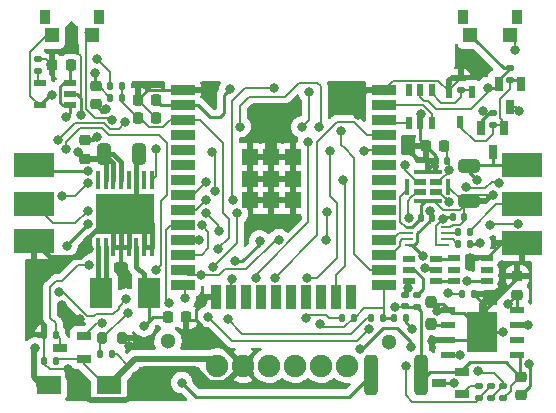
<source format=gbr>
%TF.GenerationSoftware,KiCad,Pcbnew,(6.0.9-0)*%
%TF.CreationDate,2022-11-16T12:00:47+01:00*%
%TF.ProjectId,GlowBand PCB,476c6f77-4261-46e6-9420-5043422e6b69,rev?*%
%TF.SameCoordinates,Original*%
%TF.FileFunction,Copper,L1,Top*%
%TF.FilePolarity,Positive*%
%FSLAX46Y46*%
G04 Gerber Fmt 4.6, Leading zero omitted, Abs format (unit mm)*
G04 Created by KiCad (PCBNEW (6.0.9-0)) date 2022-11-16 12:00:47*
%MOMM*%
%LPD*%
G01*
G04 APERTURE LIST*
G04 Aperture macros list*
%AMRoundRect*
0 Rectangle with rounded corners*
0 $1 Rounding radius*
0 $2 $3 $4 $5 $6 $7 $8 $9 X,Y pos of 4 corners*
0 Add a 4 corners polygon primitive as box body*
4,1,4,$2,$3,$4,$5,$6,$7,$8,$9,$2,$3,0*
0 Add four circle primitives for the rounded corners*
1,1,$1+$1,$2,$3*
1,1,$1+$1,$4,$5*
1,1,$1+$1,$6,$7*
1,1,$1+$1,$8,$9*
0 Add four rect primitives between the rounded corners*
20,1,$1+$1,$2,$3,$4,$5,0*
20,1,$1+$1,$4,$5,$6,$7,0*
20,1,$1+$1,$6,$7,$8,$9,0*
20,1,$1+$1,$8,$9,$2,$3,0*%
G04 Aperture macros list end*
%TA.AperFunction,SMDPad,CuDef*%
%ADD10RoundRect,0.140000X-0.140000X-0.170000X0.140000X-0.170000X0.140000X0.170000X-0.140000X0.170000X0*%
%TD*%
%TA.AperFunction,SMDPad,CuDef*%
%ADD11RoundRect,0.225000X-0.250000X0.225000X-0.250000X-0.225000X0.250000X-0.225000X0.250000X0.225000X0*%
%TD*%
%TA.AperFunction,SMDPad,CuDef*%
%ADD12R,3.500000X2.000000*%
%TD*%
%TA.AperFunction,SMDPad,CuDef*%
%ADD13R,0.900000X1.200000*%
%TD*%
%TA.AperFunction,SMDPad,CuDef*%
%ADD14R,1.200000X1.300000*%
%TD*%
%TA.AperFunction,SMDPad,CuDef*%
%ADD15O,0.750013X0.250013*%
%TD*%
%TA.AperFunction,SMDPad,CuDef*%
%ADD16RoundRect,0.200000X0.200000X0.275000X-0.200000X0.275000X-0.200000X-0.275000X0.200000X-0.275000X0*%
%TD*%
%TA.AperFunction,SMDPad,CuDef*%
%ADD17RoundRect,0.135000X0.135000X0.185000X-0.135000X0.185000X-0.135000X-0.185000X0.135000X-0.185000X0*%
%TD*%
%TA.AperFunction,SMDPad,CuDef*%
%ADD18RoundRect,0.225000X0.250000X-0.225000X0.250000X0.225000X-0.250000X0.225000X-0.250000X-0.225000X0*%
%TD*%
%TA.AperFunction,SMDPad,CuDef*%
%ADD19RoundRect,0.140000X-0.170000X0.140000X-0.170000X-0.140000X0.170000X-0.140000X0.170000X0.140000X0*%
%TD*%
%TA.AperFunction,SMDPad,CuDef*%
%ADD20RoundRect,0.135000X0.185000X-0.135000X0.185000X0.135000X-0.185000X0.135000X-0.185000X-0.135000X0*%
%TD*%
%TA.AperFunction,SMDPad,CuDef*%
%ADD21R,1.250013X0.700000*%
%TD*%
%TA.AperFunction,SMDPad,CuDef*%
%ADD22R,1.050013X0.550013*%
%TD*%
%TA.AperFunction,SMDPad,CuDef*%
%ADD23R,0.450013X1.400000*%
%TD*%
%TA.AperFunction,SMDPad,CuDef*%
%ADD24R,2.400000X0.450013*%
%TD*%
%TA.AperFunction,SMDPad,CuDef*%
%ADD25RoundRect,0.100000X0.100000X-0.687500X0.100000X0.687500X-0.100000X0.687500X-0.100000X-0.687500X0*%
%TD*%
%TA.AperFunction,SMDPad,CuDef*%
%ADD26R,5.000000X3.400000*%
%TD*%
%TA.AperFunction,SMDPad,CuDef*%
%ADD27RoundRect,0.237500X0.237500X-0.250000X0.237500X0.250000X-0.237500X0.250000X-0.237500X-0.250000X0*%
%TD*%
%TA.AperFunction,SMDPad,CuDef*%
%ADD28RoundRect,0.250000X0.312500X1.450000X-0.312500X1.450000X-0.312500X-1.450000X0.312500X-1.450000X0*%
%TD*%
%TA.AperFunction,SMDPad,CuDef*%
%ADD29RoundRect,0.135000X-0.135000X-0.185000X0.135000X-0.185000X0.135000X0.185000X-0.135000X0.185000X0*%
%TD*%
%TA.AperFunction,SMDPad,CuDef*%
%ADD30R,1.000000X0.600000*%
%TD*%
%TA.AperFunction,SMDPad,CuDef*%
%ADD31R,2.046380X1.620015*%
%TD*%
%TA.AperFunction,SMDPad,CuDef*%
%ADD32RoundRect,0.135000X-0.185000X0.135000X-0.185000X-0.135000X0.185000X-0.135000X0.185000X0.135000X0*%
%TD*%
%TA.AperFunction,SMDPad,CuDef*%
%ADD33RoundRect,0.225000X-0.225000X-0.250000X0.225000X-0.250000X0.225000X0.250000X-0.225000X0.250000X0*%
%TD*%
%TA.AperFunction,SMDPad,CuDef*%
%ADD34RoundRect,0.250000X-0.325000X-0.650000X0.325000X-0.650000X0.325000X0.650000X-0.325000X0.650000X0*%
%TD*%
%TA.AperFunction,SMDPad,CuDef*%
%ADD35R,0.700000X1.250013*%
%TD*%
%TA.AperFunction,SMDPad,CuDef*%
%ADD36RoundRect,0.225000X0.225000X0.250000X-0.225000X0.250000X-0.225000X-0.250000X0.225000X-0.250000X0*%
%TD*%
%TA.AperFunction,SMDPad,CuDef*%
%ADD37R,2.000000X0.900000*%
%TD*%
%TA.AperFunction,SMDPad,CuDef*%
%ADD38R,0.900000X2.000000*%
%TD*%
%TA.AperFunction,SMDPad,CuDef*%
%ADD39R,1.330000X1.330000*%
%TD*%
%TA.AperFunction,SMDPad,CuDef*%
%ADD40R,1.000000X0.550013*%
%TD*%
%TA.AperFunction,SMDPad,CuDef*%
%ADD41R,0.600000X1.070003*%
%TD*%
%TA.AperFunction,SMDPad,CuDef*%
%ADD42RoundRect,0.140000X0.140000X0.170000X-0.140000X0.170000X-0.140000X-0.170000X0.140000X-0.170000X0*%
%TD*%
%TA.AperFunction,SMDPad,CuDef*%
%ADD43R,1.072009X0.532004*%
%TD*%
%TA.AperFunction,SMDPad,CuDef*%
%ADD44R,1.900000X2.500000*%
%TD*%
%TA.AperFunction,SMDPad,CuDef*%
%ADD45RoundRect,0.250000X-0.650000X0.325000X-0.650000X-0.325000X0.650000X-0.325000X0.650000X0.325000X0*%
%TD*%
%TA.AperFunction,SMDPad,CuDef*%
%ADD46R,0.550013X1.000000*%
%TD*%
%TA.AperFunction,ComponentPad*%
%ADD47C,1.900000*%
%TD*%
%TA.AperFunction,SMDPad,CuDef*%
%ADD48R,1.200000X0.600000*%
%TD*%
%TA.AperFunction,SMDPad,CuDef*%
%ADD49R,2.500000X3.499873*%
%TD*%
%TA.AperFunction,ViaPad*%
%ADD50C,1.300000*%
%TD*%
%TA.AperFunction,ViaPad*%
%ADD51C,0.800000*%
%TD*%
%TA.AperFunction,Conductor*%
%ADD52C,0.250000*%
%TD*%
%TA.AperFunction,Conductor*%
%ADD53C,0.400000*%
%TD*%
%TA.AperFunction,Conductor*%
%ADD54C,0.150000*%
%TD*%
%TA.AperFunction,Conductor*%
%ADD55C,0.200000*%
%TD*%
%TA.AperFunction,Conductor*%
%ADD56C,0.500000*%
%TD*%
%TA.AperFunction,Conductor*%
%ADD57C,1.000000*%
%TD*%
%TA.AperFunction,Conductor*%
%ADD58C,0.300000*%
%TD*%
%TA.AperFunction,Conductor*%
%ADD59C,0.127000*%
%TD*%
G04 APERTURE END LIST*
D10*
%TO.P,C17,1*%
%TO.N,IO0*%
X103454800Y-77686230D03*
%TO.P,C17,2*%
%TO.N,GND*%
X104414800Y-77686230D03*
%TD*%
D11*
%TO.P,C19,1*%
%TO.N,+BATT*%
X114147600Y-82652970D03*
%TO.P,C19,2*%
%TO.N,GND*%
X114147600Y-84202970D03*
%TD*%
D12*
%TO.P,P5,1*%
%TO.N,LED2 DATA OUT*%
X114300000Y-68008830D03*
%TD*%
D13*
%TO.P,SW1,1,1*%
%TO.N,unconnected-(SW1-Pad1)*%
X109282225Y-52159732D03*
%TO.P,SW1,2,2*%
%TO.N,unconnected-(SW1-Pad2)*%
X113882175Y-52159732D03*
D14*
%TO.P,SW1,3,3*%
%TO.N,+3V3*%
X109907321Y-53709643D03*
%TO.P,SW1,4,4*%
%TO.N,IO33{slash}MAINBUTTON*%
X113257333Y-53709643D03*
%TD*%
D15*
%TO.P,U3,1,VCCA*%
%TO.N,5V AFTER MOSFET*%
X107772711Y-71486893D03*
%TO.P,U3,2,A1*%
%TO.N,Net-(R1-Pad1)*%
X107772711Y-70986766D03*
%TO.P,U3,3,A2*%
%TO.N,Net-(R2-Pad1)*%
X107772711Y-70486893D03*
%TO.P,U3,4,GND*%
%TO.N,GND*%
X107772711Y-69986766D03*
%TO.P,U3,5,DIR*%
X104672889Y-69986766D03*
%TO.P,U3,6,B2*%
%TO.N,IO17{slash}LED2*%
X104672889Y-70486893D03*
%TO.P,U3,7,B1*%
%TO.N,IO16{slash}LED1*%
X104672889Y-70986766D03*
%TO.P,U3,8,VCCB*%
%TO.N,3.3V AFTER MOSFET*%
X104672889Y-71486893D03*
%TD*%
D16*
%TO.P,R8,1*%
%TO.N,GND*%
X80390000Y-79375000D03*
%TO.P,R8,2*%
%TO.N,IO25{slash}VBUS*%
X78740000Y-79375000D03*
%TD*%
D12*
%TO.P,P6,1*%
%TO.N,GND*%
X114300000Y-71348600D03*
%TD*%
D17*
%TO.P,R4,1*%
%TO.N,Net-(R4-Pad1)*%
X74839800Y-79070200D03*
%TO.P,R4,2*%
%TO.N,GND*%
X73819800Y-79070200D03*
%TD*%
D18*
%TO.P,C18,1*%
%TO.N,VBUS*%
X113868200Y-75705000D03*
%TO.P,C18,2*%
%TO.N,GND*%
X113868200Y-74155000D03*
%TD*%
D19*
%TO.P,C20,1*%
%TO.N,-BATT*%
X104343200Y-75733030D03*
%TO.P,C20,2*%
%TO.N,+BATT*%
X104343200Y-76693030D03*
%TD*%
D17*
%TO.P,R20,1*%
%TO.N,EN*%
X80418400Y-59004200D03*
%TO.P,R20,2*%
%TO.N,+3V3*%
X79398400Y-59004200D03*
%TD*%
D20*
%TO.P,R16,1*%
%TO.N,Net-(R14-Pad1)*%
X113233200Y-57558400D03*
%TO.P,R16,2*%
%TO.N,+3V3*%
X113233200Y-56538400D03*
%TD*%
D10*
%TO.P,C2,1*%
%TO.N,5V AFTER MOSFET*%
X108435200Y-69151830D03*
%TO.P,C2,2*%
%TO.N,GND*%
X109395200Y-69151830D03*
%TD*%
D21*
%TO.P,U5,1,G*%
%TO.N,VBUS*%
X77158600Y-81137762D03*
%TO.P,U5,2,S*%
%TO.N,+BATT*%
X77158600Y-79237838D03*
%TO.P,U5,3,D*%
%TO.N,Net-(R4-Pad1)*%
X75158600Y-80187800D03*
%TD*%
D22*
%TO.P,U15,1,VDD*%
%TO.N,Net-(C14-Pad2)*%
X106961083Y-66117213D03*
%TO.P,U15,2,L/R*%
%TO.N,IO15{slash}WS{slash}TDO*%
X105610816Y-66117213D03*
%TO.P,U15,3,CLK*%
%TO.N,IO14{slash}SCK{slash}TMS*%
X105610816Y-66967099D03*
%TO.P,U15,4,DATA*%
%TO.N,IO32{slash}SD*%
X106961083Y-66967099D03*
D23*
%TO.P,U15,5,GND*%
%TO.N,GND*%
X108010867Y-66542156D03*
D24*
%TO.P,U15,6,GND*%
X106285949Y-65317111D03*
D23*
%TO.P,U15,7,GND*%
X104561032Y-66542156D03*
D24*
%TO.P,U15,8,GND*%
X106285949Y-67767200D03*
%TD*%
D25*
%TO.P,U4,1,SW*%
%TO.N,Net-(U2-Pad2)*%
X78370000Y-71696330D03*
%TO.P,U4,2,SW*%
X79020000Y-71696330D03*
%TO.P,U4,3,PGND*%
%TO.N,GND*%
X79670000Y-71696330D03*
%TO.P,U4,4,PGND*%
X80320000Y-71696330D03*
%TO.P,U4,5,PGND*%
X80970000Y-71696330D03*
%TO.P,U4,6,VBAT*%
%TO.N,Net-(C1-Pad1)*%
X81620000Y-71696330D03*
%TO.P,U4,7,LBI*%
%TO.N,GND*%
X82270000Y-71696330D03*
%TO.P,U4,8,SYNC*%
X82920000Y-71696330D03*
%TO.P,U4,9,EN*%
%TO.N,Net-(R4-Pad1)*%
X82920000Y-65971330D03*
%TO.P,U4,10,LBO*%
%TO.N,unconnected-(U4-Pad10)*%
X82270000Y-65971330D03*
%TO.P,U4,11,GND*%
%TO.N,GND*%
X81620000Y-65971330D03*
%TO.P,U4,12,FB*%
%TO.N,unconnected-(U4-Pad12)*%
X80970000Y-65971330D03*
%TO.P,U4,13,VOUT*%
%TO.N,+5V*%
X80320000Y-65971330D03*
%TO.P,U4,14,VOUT*%
X79670000Y-65971330D03*
%TO.P,U4,15,VOUT*%
X79020000Y-65971330D03*
%TO.P,U4,16,NC*%
%TO.N,unconnected-(U4-Pad16)*%
X78370000Y-65971330D03*
D26*
%TO.P,U4,17,EP*%
%TO.N,GND*%
X80645000Y-68833830D03*
%TD*%
D27*
%TO.P,R22,1*%
%TO.N,Net-(R22-Pad1)*%
X106578400Y-78153900D03*
%TO.P,R22,2*%
%TO.N,GND*%
X106578400Y-76328900D03*
%TD*%
D28*
%TO.P,F1,1*%
%TO.N,+BATT*%
X105744100Y-82524600D03*
%TO.P,F1,2*%
%TO.N,Net-(C1-Pad1)*%
X101469100Y-82524600D03*
%TD*%
D29*
%TO.P,R1,1*%
%TO.N,Net-(R1-Pad1)*%
X108821531Y-71424800D03*
%TO.P,R1,2*%
%TO.N,LED1 DATA OUT*%
X109841531Y-71424800D03*
%TD*%
D30*
%TO.P,U7,1,IN*%
%TO.N,+5V*%
X76026902Y-59662341D03*
%TO.P,U7,2,GND*%
%TO.N,GND*%
X76026902Y-58712379D03*
%TO.P,U7,3,EN*%
%TO.N,+5V*%
X76026902Y-57762417D03*
%TO.P,U7,4,BYP*%
%TO.N,Net-(C8-Pad2)*%
X73426698Y-57762417D03*
%TO.P,U7,5,OUT*%
%TO.N,+3V3*%
X73426698Y-59662341D03*
%TD*%
D31*
%TO.P,U6,1,K*%
%TO.N,+5V*%
X74193369Y-83325005D03*
%TO.P,U6,2,A*%
%TO.N,VBUS*%
X79324180Y-83325005D03*
%TD*%
D29*
%TO.P,R2,1*%
%TO.N,Net-(R2-Pad1)*%
X108823531Y-70408800D03*
%TO.P,R2,2*%
%TO.N,LED2 DATA OUT*%
X109843531Y-70408800D03*
%TD*%
D18*
%TO.P,C9,1*%
%TO.N,GND*%
X78206600Y-59576000D03*
%TO.P,C9,2*%
%TO.N,+3V3*%
X78206600Y-58026000D03*
%TD*%
D12*
%TO.P,P1,1*%
%TO.N,5V AFTER MOSFET*%
X72948800Y-64732230D03*
%TD*%
D32*
%TO.P,R15,1*%
%TO.N,GND*%
X109067600Y-57364230D03*
%TO.P,R15,2*%
%TO.N,Net-(R15-Pad2)*%
X109067600Y-58384230D03*
%TD*%
D33*
%TO.P,C1,1*%
%TO.N,Net-(C1-Pad1)*%
X84315000Y-77597000D03*
%TO.P,C1,2*%
%TO.N,GND*%
X85865000Y-77597000D03*
%TD*%
D12*
%TO.P,P3,1*%
%TO.N,GND*%
X72948800Y-71183830D03*
%TD*%
D29*
%TO.P,R7,1*%
%TO.N,IO25{slash}VBUS*%
X78509400Y-80721200D03*
%TO.P,R7,2*%
%TO.N,VBUS*%
X79529400Y-80721200D03*
%TD*%
D33*
%TO.P,C7,1*%
%TO.N,GND*%
X74510600Y-56286400D03*
%TO.P,C7,2*%
%TO.N,+5V*%
X76060600Y-56286400D03*
%TD*%
D34*
%TO.P,C6,1*%
%TO.N,+5V*%
X78916000Y-63779400D03*
%TO.P,C6,2*%
%TO.N,GND*%
X81866000Y-63779400D03*
%TD*%
D35*
%TO.P,U16,1,G*%
%TO.N,Net-(R14-Pad1)*%
X114183162Y-57826400D03*
%TO.P,U16,2,S*%
%TO.N,+3V3*%
X112283238Y-57826400D03*
%TO.P,U16,3,D*%
%TO.N,3.3V AFTER MOSFET*%
X113233200Y-59826400D03*
%TD*%
D36*
%TO.P,C16,1*%
%TO.N,GND*%
X83274200Y-60706000D03*
%TO.P,C16,2*%
%TO.N,EN*%
X81724200Y-60706000D03*
%TD*%
D10*
%TO.P,C14,1*%
%TO.N,GND*%
X106997200Y-64363600D03*
%TO.P,C14,2*%
%TO.N,Net-(C14-Pad2)*%
X107957200Y-64363600D03*
%TD*%
D37*
%TO.P,U1,1,GND*%
%TO.N,GND*%
X85548700Y-58364280D03*
%TO.P,U1,2,3V3*%
%TO.N,+3V3*%
X85548700Y-59634280D03*
%TO.P,U1,3,EN*%
%TO.N,EN*%
X85548700Y-60904280D03*
%TO.P,U1,4,SENSOR_VP*%
%TO.N,unconnected-(U1-Pad4)*%
X85548700Y-62174280D03*
%TO.P,U1,5,SENSOR_VN*%
%TO.N,unconnected-(U1-Pad5)*%
X85548700Y-63444280D03*
%TO.P,U1,6,I34*%
%TO.N,unconnected-(U1-Pad6)*%
X85548700Y-64714280D03*
%TO.P,U1,7,I35*%
%TO.N,unconnected-(U1-Pad7)*%
X85548700Y-65984280D03*
%TO.P,U1,8,IO32*%
%TO.N,IO32{slash}SD*%
X85548700Y-67254280D03*
%TO.P,U1,9,IO33*%
%TO.N,IO33{slash}MAINBUTTON*%
X85548700Y-68524280D03*
%TO.P,U1,10,IO25*%
%TO.N,IO25{slash}VBUS*%
X85548700Y-69794280D03*
%TO.P,U1,11,IO26*%
%TO.N,IO26{slash}BATT VOLT*%
X85548700Y-71064280D03*
%TO.P,U1,12,IO27*%
%TO.N,IO27{slash}BATT CHARGING*%
X85548700Y-72334280D03*
%TO.P,U1,13,IO14*%
%TO.N,IO14{slash}SCK{slash}TMS*%
X85548700Y-73604280D03*
%TO.P,U1,14,IO12*%
%TO.N,IO12{slash}TDI*%
X85548700Y-74874280D03*
D38*
%TO.P,U1,15,GND*%
%TO.N,GND*%
X88333700Y-75874280D03*
%TO.P,U1,16,IO13*%
%TO.N,IO13{slash}TCK*%
X89603700Y-75874280D03*
%TO.P,U1,17,NC*%
%TO.N,unconnected-(U1-Pad17)*%
X90873700Y-75874280D03*
%TO.P,U1,18,NC*%
%TO.N,unconnected-(U1-Pad18)*%
X92143700Y-75874280D03*
%TO.P,U1,19,NC*%
%TO.N,unconnected-(U1-Pad19)*%
X93413700Y-75874280D03*
%TO.P,U1,20,NC*%
%TO.N,unconnected-(U1-Pad20)*%
X94683700Y-75874280D03*
%TO.P,U1,21,NC*%
%TO.N,unconnected-(U1-Pad21)*%
X95953700Y-75874280D03*
%TO.P,U1,22,NC*%
%TO.N,unconnected-(U1-Pad22)*%
X97223700Y-75874280D03*
%TO.P,U1,23,IO15*%
%TO.N,IO15{slash}WS{slash}TDO*%
X98493700Y-75874280D03*
%TO.P,U1,24,IO2*%
%TO.N,unconnected-(U1-Pad24)*%
X99763700Y-75874280D03*
D37*
%TO.P,U1,25,IO0*%
%TO.N,IO0*%
X102548700Y-74874280D03*
%TO.P,U1,26,IO4*%
%TO.N,IO4{slash}BUTTON2*%
X102548700Y-73604280D03*
%TO.P,U1,27,IO16*%
%TO.N,IO16{slash}LED1*%
X102548700Y-72334280D03*
%TO.P,U1,28,IO17*%
%TO.N,IO17{slash}LED2*%
X102548700Y-71064280D03*
%TO.P,U1,29,IO5*%
%TO.N,unconnected-(U1-Pad29)*%
X102548700Y-69794280D03*
%TO.P,U1,30,IO18*%
%TO.N,unconnected-(U1-Pad30)*%
X102548700Y-68524280D03*
%TO.P,U1,31,IO19*%
%TO.N,unconnected-(U1-Pad31)*%
X102548700Y-67254280D03*
%TO.P,U1,32,NC1*%
%TO.N,unconnected-(U1-Pad32)*%
X102548700Y-65984280D03*
%TO.P,U1,33,IO21*%
%TO.N,unconnected-(U1-Pad33)*%
X102548700Y-64714280D03*
%TO.P,U1,34,RXD0*%
%TO.N,RXD0*%
X102548700Y-63444280D03*
%TO.P,U1,35,TXD0*%
%TO.N,TXD0*%
X102548700Y-62174280D03*
%TO.P,U1,36,IO22*%
%TO.N,IO22{slash}LED LETCH EN*%
X102548700Y-60904280D03*
%TO.P,U1,37,IO23*%
%TO.N,IO23{slash}POWERMOSFETS*%
X102548700Y-59634280D03*
%TO.P,U1,38,GND*%
%TO.N,GND*%
X102548700Y-58364280D03*
D39*
%TO.P,U1,39,GND*%
X91213700Y-67699280D03*
X93048700Y-64029280D03*
X94883700Y-67699280D03*
X91213700Y-64029280D03*
X93048700Y-67699280D03*
X94883700Y-64029280D03*
X93048700Y-65864280D03*
X91213700Y-65864280D03*
X94883700Y-65864280D03*
%TD*%
D40*
%TO.P,U18,1,S1*%
%TO.N,-BATT*%
X111276470Y-74527185D03*
%TO.P,U18,2,D1/D2*%
%TO.N,unconnected-(U18-Pad2)*%
X111276470Y-73577223D03*
%TO.P,U18,3,S2*%
%TO.N,GND*%
X111276470Y-72627261D03*
%TO.P,U18,4,G2*%
%TO.N,Net-(U18-Pad4)*%
X108476368Y-72627261D03*
%TO.P,U18,5,D1/D2*%
%TO.N,unconnected-(U18-Pad5)*%
X108476368Y-73577223D03*
%TO.P,U18,6,G1*%
%TO.N,Net-(U18-Pad6)*%
X108476368Y-74527185D03*
%TD*%
D12*
%TO.P,P2,1*%
%TO.N,LED1 DATA OUT*%
X72948800Y-68008830D03*
%TD*%
D33*
%TO.P,C15,1*%
%TO.N,GND*%
X106133600Y-63093600D03*
%TO.P,C15,2*%
%TO.N,Net-(C14-Pad2)*%
X107683600Y-63093600D03*
%TD*%
%TO.P,C3,1*%
%TO.N,GND*%
X81724200Y-59182000D03*
%TO.P,C3,2*%
%TO.N,+3V3*%
X83274200Y-59182000D03*
%TD*%
D17*
%TO.P,R21,1*%
%TO.N,IO0*%
X100078000Y-77673200D03*
%TO.P,R21,2*%
%TO.N,+3V3*%
X99058000Y-77673200D03*
%TD*%
D41*
%TO.P,U17,1,G*%
%TO.N,Net-(R15-Pad2)*%
X109999821Y-58571952D03*
%TO.P,U17,2,S*%
%TO.N,GND*%
X108099897Y-58571952D03*
%TO.P,U17,3,D*%
%TO.N,Net-(R14-Pad1)*%
X109049859Y-61042106D03*
%TD*%
D12*
%TO.P,P4,1*%
%TO.N,5V AFTER MOSFET*%
X114300000Y-64732230D03*
%TD*%
D32*
%TO.P,R12,1*%
%TO.N,IO26{slash}BATT VOLT*%
X112699800Y-83464400D03*
%TO.P,R12,2*%
%TO.N,+BATT*%
X112699800Y-84484400D03*
%TD*%
D42*
%TO.P,C4,1*%
%TO.N,3.3V AFTER MOSFET*%
X106677400Y-69189600D03*
%TO.P,C4,2*%
%TO.N,GND*%
X105717400Y-69189600D03*
%TD*%
D19*
%TO.P,C8,1*%
%TO.N,GND*%
X73279000Y-55781000D03*
%TO.P,C8,2*%
%TO.N,Net-(C8-Pad2)*%
X73279000Y-56741000D03*
%TD*%
D43*
%TO.P,U20,1,OD*%
%TO.N,Net-(U18-Pad6)*%
X107020406Y-74548094D03*
%TO.P,U20,2,VM*%
%TO.N,Net-(R17-Pad2)*%
X107020406Y-73598132D03*
%TO.P,U20,3,OC*%
%TO.N,Net-(U18-Pad4)*%
X107020406Y-72648170D03*
%TO.P,U20,4,TD*%
%TO.N,unconnected-(U20-Pad4)*%
X104722210Y-72648170D03*
%TO.P,U20,5,VCC*%
%TO.N,Net-(R23-Pad1)*%
X104722210Y-73598132D03*
%TO.P,U20,6,GND*%
%TO.N,-BATT*%
X104722210Y-74548094D03*
%TD*%
D44*
%TO.P,U2,1,1*%
%TO.N,Net-(C1-Pad1)*%
X82695038Y-75514200D03*
%TO.P,U2,2,2*%
%TO.N,Net-(U2-Pad2)*%
X78594962Y-75514200D03*
%TD*%
D35*
%TO.P,U13,1,G*%
%TO.N,Net-(R14-Pad1)*%
X112735362Y-61585600D03*
%TO.P,U13,2,S*%
%TO.N,+5V*%
X110835438Y-61585600D03*
%TO.P,U13,3,D*%
%TO.N,5V AFTER MOSFET*%
X111785400Y-63585600D03*
%TD*%
D45*
%TO.P,C12,1*%
%TO.N,5V AFTER MOSFET*%
X109816600Y-64809638D03*
%TO.P,C12,2*%
%TO.N,GND*%
X109816600Y-67759638D03*
%TD*%
D46*
%TO.P,U10,1,LE*%
%TO.N,IO22{slash}LED LETCH EN*%
X104714140Y-61204681D03*
%TO.P,U10,2,GND*%
%TO.N,GND*%
X105664102Y-61204681D03*
%TO.P,U10,3,D*%
%TO.N,IO23{slash}POWERMOSFETS*%
X106614064Y-61204681D03*
%TO.P,U10,4,Q*%
%TO.N,Net-(R15-Pad2)*%
X106614064Y-58404579D03*
%TO.P,U10,5,VCC*%
%TO.N,+3V3*%
X105664102Y-58404579D03*
%TO.P,U10,6,OE#*%
%TO.N,unconnected-(U10-Pad6)*%
X104714140Y-58404579D03*
%TD*%
D32*
%TO.P,R13,1*%
%TO.N,-BATT*%
X111633000Y-83462400D03*
%TO.P,R13,2*%
%TO.N,IO26{slash}BATT VOLT*%
X111633000Y-84482400D03*
%TD*%
D20*
%TO.P,R11,1*%
%TO.N,-BATT*%
X110617000Y-84482400D03*
%TO.P,R11,2*%
%TO.N,Net-(R11-Pad2)*%
X110617000Y-83462400D03*
%TD*%
D29*
%TO.P,R18,1*%
%TO.N,Net-(R18-Pad1)*%
X79398400Y-57988200D03*
%TO.P,R18,2*%
%TO.N,EN*%
X80418400Y-57988200D03*
%TD*%
D17*
%TO.P,R3,1*%
%TO.N,VBUS*%
X74839800Y-81305400D03*
%TO.P,R3,2*%
%TO.N,GND*%
X73819800Y-81305400D03*
%TD*%
D20*
%TO.P,R14,1*%
%TO.N,Net-(R14-Pad1)*%
X111785400Y-61317600D03*
%TO.P,R14,2*%
%TO.N,+5V*%
X111785400Y-60297600D03*
%TD*%
D13*
%TO.P,SW2,1,1*%
%TO.N,unconnected-(SW2-Pad1)*%
X73849225Y-52167232D03*
%TO.P,SW2,2,2*%
%TO.N,unconnected-(SW2-Pad2)*%
X78449175Y-52167232D03*
D14*
%TO.P,SW2,3,3*%
%TO.N,+3V3*%
X74474321Y-53717143D03*
%TO.P,SW2,4,4*%
%TO.N,IO4{slash}BUTTON2*%
X77824333Y-53717143D03*
%TD*%
D21*
%TO.P,U9,1,G*%
%TO.N,Net-(R11-Pad2)*%
X109229400Y-84134962D03*
%TO.P,U9,2,S*%
%TO.N,+BATT*%
X109229400Y-82235038D03*
%TO.P,U9,3,D*%
%TO.N,Net-(P7-Pad1)*%
X107229400Y-83185000D03*
%TD*%
D32*
%TO.P,R23,1*%
%TO.N,Net-(R23-Pad1)*%
X105359200Y-75703030D03*
%TO.P,R23,2*%
%TO.N,+BATT*%
X105359200Y-76723030D03*
%TD*%
D47*
%TO.P,P9,1*%
%TO.N,VBUS*%
X88468400Y-81706030D03*
%TO.P,P9,2*%
%TO.N,GND*%
X90668400Y-81706030D03*
%TO.P,P9,3*%
%TO.N,RXD0*%
X92868400Y-81706030D03*
%TO.P,P9,4*%
%TO.N,TXD0*%
X95068400Y-81706030D03*
%TO.P,P9,5*%
%TO.N,IO0*%
X97268400Y-81706030D03*
%TO.P,P9,6*%
%TO.N,EN*%
X99468400Y-81706030D03*
%TD*%
D11*
%TO.P,C5,1*%
%TO.N,GND*%
X77292200Y-62623400D03*
%TO.P,C5,2*%
%TO.N,+5V*%
X77292200Y-64173400D03*
%TD*%
D48*
%TO.P,U19,1,TEMP*%
%TO.N,GND*%
X108000800Y-76961997D03*
%TO.P,U19,2,PROG*%
%TO.N,Net-(R22-Pad1)*%
X108000800Y-78232000D03*
%TO.P,U19,3,GND*%
%TO.N,GND*%
X108000800Y-79502002D03*
%TO.P,U19,4,VCC*%
%TO.N,VBUS*%
X108000800Y-80772005D03*
%TO.P,U19,5,BAT*%
%TO.N,+BATT*%
X113817412Y-80772005D03*
%TO.P,U19,6,STDBY#*%
%TO.N,unconnected-(U19-Pad6)*%
X113817412Y-79502002D03*
%TO.P,U19,7,CHRG#*%
%TO.N,IO27{slash}BATT CHARGING*%
X113817412Y-78232000D03*
%TO.P,U19,8,CE*%
%TO.N,VBUS*%
X113817412Y-76961997D03*
D49*
%TO.P,U19,9,EP*%
%TO.N,GND*%
X110909106Y-78867001D03*
%TD*%
D17*
%TO.P,R17,1*%
%TO.N,GND*%
X110187200Y-75666600D03*
%TO.P,R17,2*%
%TO.N,Net-(R17-Pad2)*%
X109167200Y-75666600D03*
%TD*%
D29*
%TO.P,R19,1*%
%TO.N,Net-(R19-Pad1)*%
X101496400Y-77686230D03*
%TO.P,R19,2*%
%TO.N,IO0*%
X102516400Y-77686230D03*
%TD*%
D50*
%TO.N,*%
X102971600Y-79705200D03*
X84302600Y-79654400D03*
D51*
%TO.N,Net-(C1-Pad1)*%
X82270600Y-78333600D03*
X85471000Y-83134200D03*
%TO.N,GND*%
X77570500Y-71831200D03*
X112547400Y-74803000D03*
X114869865Y-81575793D03*
X75793600Y-82016600D03*
X76911200Y-60514100D03*
X93048700Y-62043700D03*
X81559834Y-82600366D03*
X109550200Y-56057800D03*
X76820882Y-77774771D03*
X75336400Y-76555600D03*
X73228200Y-77927200D03*
X109905800Y-72593200D03*
X112649000Y-78867000D03*
X105714800Y-60426600D03*
X78301162Y-62330873D03*
X87160100Y-76415900D03*
X81026000Y-80060800D03*
X104597200Y-62661800D03*
X111785400Y-67284600D03*
X107035600Y-77038200D03*
X104978200Y-78613000D03*
X80441800Y-73812400D03*
X106654600Y-79603600D03*
X93065600Y-60463300D03*
X79086688Y-59985888D03*
X88061800Y-59421900D03*
X112598200Y-73177400D03*
X100406200Y-60463300D03*
%TO.N,5V AFTER MOSFET*%
X110490000Y-65989200D03*
X107556900Y-69262260D03*
X77520800Y-65222900D03*
%TO.N,+3V3*%
X98018600Y-63500000D03*
X111353600Y-58166000D03*
X96215200Y-58496200D03*
X89535000Y-58318400D03*
X74459500Y-58775600D03*
X96062800Y-74269600D03*
X95631000Y-61493400D03*
X78130400Y-56921400D03*
X95986600Y-77698600D03*
%TO.N,3.3V AFTER MOSFET*%
X109538900Y-66573400D03*
X75742800Y-71577200D03*
X106460532Y-68591707D03*
X112292276Y-66273507D03*
X105884900Y-72415400D03*
X92049600Y-71145400D03*
X89992200Y-72847200D03*
X77514268Y-69741868D03*
X114020600Y-60121800D03*
%TO.N,+5V*%
X110998000Y-60147200D03*
X73050400Y-80213200D03*
X76644500Y-63639700D03*
X75692000Y-60629800D03*
%TO.N,Net-(C14-Pad2)*%
X108085451Y-65151000D03*
%TO.N,EN*%
X88569800Y-71819900D03*
%TO.N,IO0*%
X97180400Y-78181200D03*
%TO.N,VBUS*%
X104876600Y-80086200D03*
X113055400Y-76454000D03*
X100584000Y-80314800D03*
X108991400Y-80772000D03*
%TO.N,+BATT*%
X87706200Y-77546200D03*
X101294700Y-78602696D03*
X103479600Y-76733400D03*
X78740000Y-78105000D03*
%TO.N,-BATT*%
X104419400Y-81737200D03*
X109626400Y-74549000D03*
X104596395Y-75114563D03*
%TO.N,IO12{slash}TDI*%
X80746600Y-76073000D03*
X85775800Y-75971400D03*
X75107800Y-75438000D03*
%TO.N,IO13{slash}TCK*%
X88112600Y-73380600D03*
X88276300Y-66954400D03*
X80670400Y-61087000D03*
X89687400Y-74396600D03*
X87985600Y-63627000D03*
X75020439Y-62603598D03*
X90164931Y-68824849D03*
%TO.N,IO14{slash}SCK{slash}TMS*%
X87056600Y-74055600D03*
X75688922Y-63346656D03*
X97688400Y-71032500D03*
X83286600Y-73597100D03*
X104665767Y-69192900D03*
X93700600Y-71043800D03*
X97790000Y-68656200D03*
%TO.N,IO15{slash}WS{slash}TDO*%
X99085400Y-66014600D03*
X104394000Y-64744600D03*
X75333858Y-67385684D03*
X77564557Y-66221444D03*
%TO.N,LED1 DATA OUT*%
X110744000Y-71348600D03*
X87503000Y-68803337D03*
X88646000Y-70332100D03*
X77506700Y-68605400D03*
%TO.N,Net-(P7-Pad1)*%
X108491459Y-83173806D03*
%TO.N,Net-(R4-Pad1)*%
X77570500Y-73177400D03*
X83261200Y-63373000D03*
%TO.N,IO25{slash}VBUS*%
X80899000Y-77216000D03*
X84353400Y-76428600D03*
%TO.N,IO26{slash}BATT VOLT*%
X86918800Y-71069200D03*
X110530108Y-82156900D03*
%TO.N,Net-(R17-Pad2)*%
X106049299Y-73452501D03*
X108026200Y-75565000D03*
%TO.N,Net-(R18-Pad1)*%
X78308200Y-55778400D03*
%TO.N,Net-(R19-Pad1)*%
X89357200Y-77774800D03*
%TO.N,IO33{slash}MAINBUTTON*%
X113639600Y-54940200D03*
X89839800Y-67640200D03*
X93294200Y-58178600D03*
X87477600Y-67716400D03*
%TO.N,IO4{slash}BUTTON2*%
X79591399Y-60908311D03*
X97053400Y-61493400D03*
X98958400Y-61849000D03*
X90398600Y-61468000D03*
%TO.N,IO32{slash}SD*%
X87477600Y-66192400D03*
X108127800Y-67868800D03*
%TO.N,IO27{slash}BATT CHARGING*%
X114782600Y-78232000D03*
X111582200Y-69799200D03*
X87148202Y-69824600D03*
X113893600Y-69697600D03*
%TO.N,RXD0*%
X91770200Y-74274778D03*
X100863400Y-63500000D03*
X96189800Y-62788800D03*
%TO.N,TXD0*%
X93319600Y-74269600D03*
%TD*%
D52*
%TO.N,Net-(C1-Pad1)*%
X84315000Y-77597000D02*
X83007200Y-77597000D01*
X85471000Y-83134200D02*
X86664800Y-84328000D01*
D53*
X82245200Y-73939400D02*
X82245200Y-75064362D01*
D52*
X82695038Y-77909162D02*
X82695038Y-75412600D01*
D53*
X82245200Y-75064362D02*
X82695038Y-75514200D01*
X81620000Y-71696330D02*
X81620000Y-73314200D01*
D52*
X82270600Y-78333600D02*
X82695038Y-77909162D01*
X99665700Y-84328000D02*
X101469100Y-82524600D01*
X86664800Y-84328000D02*
X99665700Y-84328000D01*
D53*
X81620000Y-73314200D02*
X82245200Y-73939400D01*
D52*
X83007200Y-77597000D02*
X82270600Y-78333600D01*
%TO.N,GND*%
X105717400Y-68094800D02*
X106045000Y-67767200D01*
D54*
X104561032Y-66812768D02*
X103940767Y-67433033D01*
D55*
X110291638Y-67284600D02*
X109816600Y-67759638D01*
D52*
X104414800Y-77686230D02*
X104414800Y-78049600D01*
X104672889Y-69986766D02*
X104920234Y-69986766D01*
D55*
X109237838Y-67759638D02*
X109816600Y-67759638D01*
D53*
X74281970Y-72517000D02*
X72948800Y-71183830D01*
D52*
X111276470Y-72627261D02*
X111276470Y-72568730D01*
X102548700Y-58364280D02*
X101173120Y-58364280D01*
X110909106Y-78867001D02*
X112649000Y-78867000D01*
D53*
X82270000Y-71696330D02*
X82270000Y-70458830D01*
D55*
X108194234Y-69986766D02*
X108407200Y-69773800D01*
D52*
X105664102Y-61204681D02*
X105664102Y-60477298D01*
D56*
X75793600Y-82702400D02*
X75793600Y-82016600D01*
D52*
X108000800Y-79502002D02*
X110274105Y-79502002D01*
D53*
X80970000Y-71696330D02*
X80970000Y-69158830D01*
D54*
X106781600Y-67767200D02*
X107543600Y-68529200D01*
D53*
X79670000Y-71696330D02*
X79670000Y-69808830D01*
D52*
X107221970Y-76470830D02*
X107575763Y-76470830D01*
X87701720Y-75874280D02*
X87160100Y-76415900D01*
D56*
X77724000Y-84632800D02*
X75793600Y-82702400D01*
D52*
X114947600Y-83402970D02*
X114147600Y-84202970D01*
D56*
X87757000Y-83210400D02*
X86563200Y-82016600D01*
D52*
X79086688Y-59985888D02*
X78874576Y-60198000D01*
D53*
X77570500Y-70816300D02*
X77570500Y-71831200D01*
D54*
X107833605Y-68529200D02*
X107848205Y-68543800D01*
D52*
X106285949Y-65074851D02*
X106997200Y-64363600D01*
X86639400Y-76936600D02*
X86639400Y-77876400D01*
X106680000Y-76470830D02*
X107221970Y-76470830D01*
X105717400Y-69189600D02*
X105717400Y-68094800D01*
D54*
X107848205Y-68543800D02*
X109032438Y-68543800D01*
X80320000Y-69158830D02*
X80645000Y-68833830D01*
D52*
X108328753Y-77223820D02*
X109332055Y-77223820D01*
D54*
X93048700Y-67699280D02*
X93048700Y-64029280D01*
D52*
X104920234Y-69986766D02*
X105717400Y-69189600D01*
D56*
X89164030Y-83210400D02*
X87757000Y-83210400D01*
D54*
X83248200Y-60706000D02*
X81724200Y-59182000D01*
D52*
X76911200Y-59004200D02*
X76619379Y-58712379D01*
D54*
X94883700Y-67699280D02*
X91213700Y-67699280D01*
D52*
X111276470Y-72568730D02*
X112661370Y-71183830D01*
X104561032Y-66542156D02*
X104561032Y-66812768D01*
D56*
X86563200Y-82016600D02*
X82296000Y-82016600D01*
D55*
X108407200Y-69773800D02*
X109042200Y-69773800D01*
D56*
X81127600Y-84254782D02*
X80749582Y-84632800D01*
D52*
X87004180Y-58364280D02*
X88061800Y-59421900D01*
D54*
X74510600Y-55410400D02*
X74803000Y-55118000D01*
D52*
X85548700Y-58364280D02*
X82541920Y-58364280D01*
X106285949Y-67767200D02*
X106781600Y-67767200D01*
X90469030Y-81706030D02*
X90668400Y-81706030D01*
D54*
X80390000Y-79375000D02*
X80390000Y-79424800D01*
D55*
X109395200Y-68181038D02*
X109816600Y-67759638D01*
D54*
X81620000Y-67858830D02*
X80645000Y-68833830D01*
D55*
X108010867Y-66542156D02*
X108020356Y-66542156D01*
D54*
X82016430Y-68833830D02*
X80645000Y-68833830D01*
D55*
X108020356Y-66542156D02*
X109237838Y-67759638D01*
D52*
X76619379Y-58712379D02*
X76026902Y-58712379D01*
X107035600Y-77038200D02*
X107035600Y-76657200D01*
D57*
X93048700Y-62043700D02*
X93048700Y-60480200D01*
D56*
X90668400Y-81706030D02*
X89164030Y-83210400D01*
D55*
X73819800Y-81566800D02*
X74269600Y-82016600D01*
X74269600Y-82016600D02*
X75793600Y-82016600D01*
D53*
X82920000Y-71696330D02*
X82920000Y-69737400D01*
D52*
X87160100Y-76415900D02*
X86639400Y-76936600D01*
D54*
X94883700Y-67699280D02*
X94883700Y-64029280D01*
X91213700Y-67699280D02*
X91213700Y-64029280D01*
X91213700Y-65864280D02*
X94883700Y-65864280D01*
X80645000Y-68833830D02*
X79552970Y-68833830D01*
D55*
X109395200Y-69151830D02*
X109395200Y-68181038D01*
D52*
X101173120Y-58364280D02*
X100406200Y-59131200D01*
D54*
X80390000Y-79424800D02*
X81026000Y-80060800D01*
X76504800Y-55118000D02*
X76911200Y-55524400D01*
X74510600Y-56286400D02*
X74510600Y-55410400D01*
D52*
X104414800Y-78049600D02*
X104978200Y-78613000D01*
X111237059Y-76875341D02*
X113868200Y-74244200D01*
D54*
X73279000Y-55781000D02*
X74005200Y-55781000D01*
D56*
X81127600Y-83185000D02*
X81127600Y-84254782D01*
D58*
X78008635Y-62623400D02*
X77292200Y-62623400D01*
D52*
X106045000Y-67767200D02*
X106285949Y-67767200D01*
D54*
X109067600Y-57364230D02*
X108099897Y-58331933D01*
D52*
X110274105Y-79502002D02*
X110909106Y-78867001D01*
X110187200Y-75666600D02*
X111237059Y-76716459D01*
X106997200Y-63957200D02*
X106133600Y-63093600D01*
X107575763Y-76470830D02*
X108328753Y-77223820D01*
X109332055Y-77223820D02*
X111237059Y-79128824D01*
X104422889Y-69986766D02*
X104672889Y-69986766D01*
D53*
X77570500Y-71831200D02*
X76884700Y-72517000D01*
D54*
X108099897Y-58331933D02*
X108099897Y-58571952D01*
D52*
X106133600Y-63093600D02*
X105664102Y-62624102D01*
X112661370Y-71183830D02*
X114300000Y-71183830D01*
X100406200Y-59131200D02*
X100406200Y-60463300D01*
X86639400Y-77876400D02*
X90469030Y-81706030D01*
D54*
X80970000Y-69158830D02*
X80645000Y-68833830D01*
D55*
X107772711Y-69986766D02*
X108194234Y-69986766D01*
D53*
X81620000Y-65971330D02*
X81620000Y-67858830D01*
D52*
X107035600Y-76657200D02*
X107221970Y-76470830D01*
D54*
X80645000Y-68833830D02*
X79538770Y-67727600D01*
D53*
X76555571Y-77774771D02*
X75336400Y-76555600D01*
D52*
X78874576Y-60198000D02*
X78701600Y-60198000D01*
D54*
X83274200Y-60706000D02*
X83248200Y-60706000D01*
D52*
X78701600Y-60198000D02*
X78079600Y-59576000D01*
X113868200Y-74244200D02*
X113868200Y-74155000D01*
D55*
X109042200Y-69773800D02*
X109395200Y-69420800D01*
D52*
X114869865Y-81575793D02*
X114947600Y-81653528D01*
D54*
X108099897Y-58493697D02*
X107188000Y-57581800D01*
D52*
X88333700Y-75874280D02*
X87701720Y-75874280D01*
X111237059Y-76716459D02*
X111237059Y-79128824D01*
D54*
X82270000Y-70458830D02*
X80645000Y-68833830D01*
X93048700Y-60480200D02*
X93065600Y-60463300D01*
D53*
X79552970Y-68833830D02*
X77570500Y-70816300D01*
D57*
X93048700Y-64029280D02*
X93048700Y-62043700D01*
D54*
X91213700Y-64029280D02*
X94883700Y-64029280D01*
D53*
X80320000Y-71696330D02*
X80320000Y-69158830D01*
D54*
X109032438Y-68543800D02*
X109816600Y-67759638D01*
D55*
X73819800Y-79070200D02*
X73819800Y-81305400D01*
D54*
X103331180Y-57581800D02*
X102548700Y-58364280D01*
D56*
X82296000Y-82016600D02*
X81127600Y-83185000D01*
D53*
X76884700Y-72517000D02*
X74281970Y-72517000D01*
D54*
X79670000Y-69808830D02*
X80645000Y-68833830D01*
X107543600Y-68529200D02*
X107833605Y-68529200D01*
D52*
X111237059Y-79128824D02*
X111237059Y-76875341D01*
D55*
X109395200Y-69420800D02*
X109395200Y-69151830D01*
D58*
X78301162Y-62330873D02*
X78008635Y-62623400D01*
D54*
X107188000Y-57581800D02*
X103331180Y-57581800D01*
D52*
X85548700Y-58364280D02*
X87004180Y-58364280D01*
D54*
X82920000Y-69737400D02*
X82016430Y-68833830D01*
D56*
X90668400Y-81880000D02*
X90668400Y-81706030D01*
D55*
X111785400Y-67284600D02*
X110291638Y-67284600D01*
D54*
X103940767Y-67433033D02*
X103940767Y-69504644D01*
D55*
X109816600Y-67759638D02*
X109809038Y-67767200D01*
D52*
X105664102Y-60477298D02*
X105714800Y-60426600D01*
D54*
X74005200Y-55781000D02*
X74510600Y-56286400D01*
D53*
X76820882Y-77774771D02*
X76555571Y-77774771D01*
D54*
X103940767Y-69504644D02*
X104422889Y-69986766D01*
D56*
X80749582Y-84632800D02*
X77724000Y-84632800D01*
D55*
X73819800Y-81305400D02*
X73819800Y-81566800D01*
D52*
X76911200Y-60514100D02*
X76911200Y-59004200D01*
X86144400Y-77876400D02*
X85865000Y-77597000D01*
X86639400Y-77876400D02*
X86144400Y-77876400D01*
X82541920Y-58364280D02*
X81724200Y-59182000D01*
X106285949Y-65317111D02*
X106285949Y-65074851D01*
X114947600Y-81653528D02*
X114947600Y-83402970D01*
D54*
X76911200Y-55524400D02*
X76911200Y-59004200D01*
D52*
X105664102Y-62624102D02*
X105664102Y-61204681D01*
D53*
X81620000Y-65971330D02*
X81620000Y-64025400D01*
X81620000Y-64025400D02*
X81866000Y-63779400D01*
D52*
X106997200Y-64363600D02*
X106997200Y-63957200D01*
D54*
X108099897Y-58571952D02*
X108099897Y-58493697D01*
X74803000Y-55118000D02*
X76504800Y-55118000D01*
D52*
%TO.N,5V AFTER MOSFET*%
X107667330Y-69151830D02*
X108435200Y-69151830D01*
X73139630Y-64732230D02*
X72948800Y-64732230D01*
X111785400Y-64719860D02*
X111797770Y-64732230D01*
D55*
X107772711Y-71486893D02*
X106996093Y-71486893D01*
D52*
X111797770Y-64732230D02*
X114300000Y-64732230D01*
D55*
X106984800Y-71475600D02*
X106984800Y-69850000D01*
D52*
X77491100Y-65252600D02*
X73660000Y-65252600D01*
X111785400Y-63585600D02*
X111785400Y-64719860D01*
X107556900Y-69262260D02*
X107667330Y-69151830D01*
D55*
X106984800Y-69850000D02*
X107682970Y-69151830D01*
X106996093Y-71486893D02*
X106984800Y-71475600D01*
D52*
X73660000Y-65252600D02*
X73139630Y-64732230D01*
X109816600Y-65315800D02*
X109816600Y-64809638D01*
X110490000Y-65989200D02*
X109816600Y-65315800D01*
X109894008Y-64732230D02*
X111797770Y-64732230D01*
D55*
X107682970Y-69151830D02*
X108435200Y-69151830D01*
D52*
X77520800Y-65222900D02*
X77491100Y-65252600D01*
X109816600Y-64809638D02*
X109894008Y-64732230D01*
%TO.N,+3V3*%
X112736078Y-56538400D02*
X113233200Y-56538400D01*
X112283238Y-57488362D02*
X112283238Y-57826400D01*
X89052400Y-60299600D02*
X88696800Y-60655200D01*
D54*
X105664102Y-58953502D02*
X105994200Y-59283600D01*
D52*
X74459500Y-58775600D02*
X74313439Y-58775600D01*
D54*
X74019457Y-53717143D02*
X72617800Y-55118800D01*
X98602800Y-72618600D02*
X98602800Y-67894200D01*
X95631000Y-61493400D02*
X96215200Y-60909200D01*
X97688400Y-77393800D02*
X96291400Y-77393800D01*
X111353600Y-58547000D02*
X111353600Y-58166000D01*
X96291400Y-77393800D02*
X95986600Y-77698600D01*
D52*
X88696800Y-60655200D02*
X87858600Y-60655200D01*
X86837680Y-59634280D02*
X85548700Y-59634280D01*
D54*
X78079600Y-56972200D02*
X78130400Y-56921400D01*
D52*
X83726480Y-59634280D02*
X83274200Y-59182000D01*
D54*
X106349800Y-59283600D02*
X107010200Y-59944000D01*
X72617800Y-55118800D02*
X72617800Y-58853443D01*
X96215200Y-60909200D02*
X96215200Y-58496200D01*
X105664102Y-58404579D02*
X105664102Y-58953502D01*
X98018600Y-67310000D02*
X98018600Y-63500000D01*
X96951800Y-74269600D02*
X98602800Y-72618600D01*
D52*
X110325407Y-54127729D02*
X112736078Y-56538400D01*
D54*
X105994200Y-59283600D02*
X106349800Y-59283600D01*
X78079600Y-58026000D02*
X78420200Y-58026000D01*
D52*
X78079600Y-58026000D02*
X78079600Y-56972200D01*
D54*
X74474321Y-53717143D02*
X74019457Y-53717143D01*
D52*
X89052400Y-58801000D02*
X89052400Y-60299600D01*
D54*
X109956600Y-59944000D02*
X111353600Y-58547000D01*
D52*
X89535000Y-58318400D02*
X89052400Y-58801000D01*
D54*
X99058000Y-77673200D02*
X97967800Y-77673200D01*
D52*
X111353600Y-58166000D02*
X111943638Y-58166000D01*
D54*
X107010200Y-59944000D02*
X109956600Y-59944000D01*
X72617800Y-58853443D02*
X73426698Y-59662341D01*
D52*
X74313439Y-58775600D02*
X73426698Y-59662341D01*
D54*
X78420200Y-58026000D02*
X79398400Y-59004200D01*
X98602800Y-67894200D02*
X98018600Y-67310000D01*
D52*
X87858600Y-60655200D02*
X86837680Y-59634280D01*
X113233200Y-56538400D02*
X112283238Y-57488362D01*
D54*
X97967800Y-77673200D02*
X97688400Y-77393800D01*
D52*
X111943638Y-58166000D02*
X112283238Y-57826400D01*
D54*
X96062800Y-74269600D02*
X96951800Y-74269600D01*
D52*
X85548700Y-59634280D02*
X83726480Y-59634280D01*
X110325407Y-53480541D02*
X110325407Y-54127729D01*
%TO.N,3.3V AFTER MOSFET*%
X89992200Y-72847200D02*
X90601800Y-72847200D01*
D54*
X109640500Y-66675000D02*
X109538900Y-66573400D01*
D52*
X105170107Y-71486893D02*
X104672889Y-71486893D01*
D54*
X111175800Y-66675000D02*
X109640500Y-66675000D01*
X113233200Y-59826400D02*
X113725200Y-59826400D01*
X111723800Y-66127000D02*
X111175800Y-66675000D01*
D52*
X104672889Y-71486893D02*
X104956393Y-71486893D01*
D54*
X112145769Y-66127000D02*
X111723800Y-66127000D01*
D52*
X106460532Y-69459868D02*
X105410000Y-70510400D01*
D54*
X112292276Y-66273507D02*
X112145769Y-66127000D01*
D52*
X75742800Y-71513336D02*
X75742800Y-71577200D01*
X106460532Y-68591707D02*
X106460532Y-69459868D01*
X104956393Y-71486893D02*
X105884900Y-72415400D01*
X77514268Y-69741868D02*
X75742800Y-71513336D01*
X92049600Y-71399400D02*
X92049600Y-71145400D01*
D54*
X113725200Y-59826400D02*
X114020600Y-60121800D01*
D52*
X105410000Y-71247000D02*
X105170107Y-71486893D01*
X90601800Y-72847200D02*
X92049600Y-71399400D01*
X105410000Y-70510400D02*
X105410000Y-71247000D01*
%TO.N,+5V*%
X111290100Y-60515500D02*
X110998000Y-60223400D01*
X110835438Y-61585600D02*
X110835438Y-60970162D01*
X75184000Y-58039000D02*
X75184000Y-59461400D01*
X75184000Y-59461400D02*
X75384941Y-59662341D01*
D56*
X78916000Y-63779400D02*
X78522000Y-64173400D01*
X72974200Y-80289400D02*
X72974200Y-82651600D01*
D53*
X79654400Y-63779400D02*
X78916000Y-63779400D01*
D52*
X76026902Y-60294898D02*
X76026902Y-59662341D01*
D56*
X76644500Y-63639700D02*
X77178200Y-64173400D01*
D53*
X79670000Y-64533400D02*
X78916000Y-63779400D01*
D52*
X75692000Y-60629800D02*
X76026902Y-60294898D01*
D53*
X79020000Y-65971330D02*
X79020000Y-63883400D01*
D52*
X75384941Y-59662341D02*
X76026902Y-59662341D01*
D54*
X76026902Y-56320098D02*
X76060600Y-56286400D01*
D56*
X77178200Y-64173400D02*
X77292200Y-64173400D01*
D52*
X111508000Y-60297600D02*
X111785400Y-60297600D01*
D56*
X73050400Y-80213200D02*
X72974200Y-80289400D01*
D52*
X76026902Y-57762417D02*
X75460583Y-57762417D01*
D53*
X80320000Y-64445000D02*
X79654400Y-63779400D01*
X80320000Y-65971330D02*
X80320000Y-64445000D01*
D57*
X74193369Y-83325005D02*
X73647605Y-83325005D01*
D52*
X110998000Y-60223400D02*
X110998000Y-60147200D01*
D56*
X72974200Y-82651600D02*
X73647605Y-83325005D01*
D52*
X110835438Y-60970162D02*
X111290100Y-60515500D01*
X76026902Y-57762417D02*
X76026902Y-56320098D01*
X111290100Y-60515500D02*
X111508000Y-60297600D01*
X75460583Y-57762417D02*
X75184000Y-58039000D01*
D54*
X79020000Y-63883400D02*
X78916000Y-63779400D01*
D56*
X78522000Y-64173400D02*
X77292200Y-64173400D01*
D53*
X79670000Y-65971330D02*
X79670000Y-64533400D01*
D54*
%TO.N,Net-(C8-Pad2)*%
X73279000Y-57614719D02*
X73426698Y-57762417D01*
X73279000Y-56741000D02*
X73279000Y-57614719D01*
D55*
%TO.N,Net-(C14-Pad2)*%
X107957200Y-63367200D02*
X107683600Y-63093600D01*
D59*
X106961083Y-66117213D02*
X107186987Y-66117213D01*
X107772200Y-65532000D02*
X107823000Y-65532000D01*
D55*
X108085451Y-65151000D02*
X108085451Y-64491851D01*
D59*
X107186987Y-66117213D02*
X107772200Y-65532000D01*
D55*
X108085451Y-64491851D02*
X107957200Y-64363600D01*
X107957200Y-64363600D02*
X107957200Y-63367200D01*
X108085451Y-65151000D02*
X108085451Y-65269549D01*
X108085451Y-65269549D02*
X107823000Y-65532000D01*
D54*
%TO.N,EN*%
X89433400Y-70866000D02*
X89433400Y-69291200D01*
X84459920Y-60904280D02*
X85548700Y-60904280D01*
X88569800Y-71729600D02*
X89433400Y-70866000D01*
X82651600Y-61468000D02*
X83896200Y-61468000D01*
X88950800Y-68808600D02*
X88950800Y-62865000D01*
X80418400Y-59400200D02*
X81724200Y-60706000D01*
X80418400Y-57988200D02*
X80418400Y-59004200D01*
X81889600Y-60706000D02*
X82651600Y-61468000D01*
X88569800Y-71819900D02*
X88569800Y-71729600D01*
X80418400Y-59004200D02*
X80418400Y-59400200D01*
X86990080Y-60904280D02*
X85548700Y-60904280D01*
X89433400Y-69291200D02*
X88950800Y-68808600D01*
X88950800Y-62865000D02*
X86990080Y-60904280D01*
X83896200Y-61468000D02*
X84459920Y-60904280D01*
X81724200Y-60706000D02*
X81889600Y-60706000D01*
%TO.N,IO0*%
X102548700Y-77653930D02*
X102548700Y-76953100D01*
X100101400Y-77673200D02*
X100914200Y-76860400D01*
D52*
X103454800Y-77686230D02*
X102516400Y-77686230D01*
D54*
X97459800Y-78460600D02*
X99241138Y-78460600D01*
D52*
X102516400Y-77686230D02*
X102548700Y-77653930D01*
X100078000Y-77673200D02*
X100028538Y-77673200D01*
X100078000Y-77673200D02*
X100101400Y-77673200D01*
D54*
X100914200Y-76860400D02*
X102456000Y-76860400D01*
X102456000Y-76860400D02*
X102548700Y-76953100D01*
X99241138Y-78460600D02*
X100028538Y-77673200D01*
X102548700Y-76953100D02*
X102548700Y-74874280D01*
X97180400Y-78181200D02*
X97459800Y-78460600D01*
D52*
%TO.N,VBUS*%
X103657400Y-78486000D02*
X104876600Y-79705200D01*
X113804400Y-75705000D02*
X113055400Y-76454000D01*
X100720305Y-80314800D02*
X102020200Y-79014905D01*
X113817412Y-76961997D02*
X113817412Y-75755788D01*
D56*
X80943155Y-81706030D02*
X80333992Y-82315192D01*
D52*
X104876600Y-79705200D02*
X104876600Y-80086200D01*
D56*
X88468400Y-81706030D02*
X87864570Y-81102200D01*
D52*
X102539800Y-78486000D02*
X103657400Y-78486000D01*
D55*
X77158600Y-81557192D02*
X78926413Y-83325005D01*
D52*
X113817412Y-75755788D02*
X113868200Y-75705000D01*
X102020200Y-79005600D02*
X102539800Y-78486000D01*
D55*
X79529400Y-80721200D02*
X79958325Y-80721200D01*
D56*
X81546985Y-81102200D02*
X80943155Y-81706030D01*
D55*
X79958325Y-80721200D02*
X80943155Y-81706030D01*
D52*
X108991400Y-80772000D02*
X108000805Y-80772000D01*
D55*
X74839800Y-81305400D02*
X75007438Y-81137762D01*
D52*
X102020200Y-79014905D02*
X102020200Y-79005600D01*
X100584000Y-80314800D02*
X100720305Y-80314800D01*
D55*
X78926413Y-83325005D02*
X79324180Y-83325005D01*
D52*
X108000805Y-80772000D02*
X108000800Y-80772005D01*
D55*
X75007438Y-81137762D02*
X77158600Y-81137762D01*
D56*
X80333992Y-82315192D02*
X79324180Y-83325005D01*
X87864570Y-81102200D02*
X81546985Y-81102200D01*
D55*
X77158600Y-81137762D02*
X77158600Y-81557192D01*
D52*
X113868200Y-75705000D02*
X113804400Y-75705000D01*
D55*
%TO.N,+BATT*%
X100319196Y-79578200D02*
X89738200Y-79578200D01*
D52*
X105740200Y-83011100D02*
X105740200Y-77104030D01*
D54*
X113347600Y-83452970D02*
X113347600Y-83836600D01*
D55*
X103479600Y-76733400D02*
X104302830Y-76733400D01*
X89738200Y-79578200D02*
X87706200Y-77546200D01*
D52*
X105359200Y-76723030D02*
X104373200Y-76723030D01*
X106506100Y-82245200D02*
X105740200Y-83011100D01*
X114098170Y-82652970D02*
X112877600Y-81432400D01*
X109305600Y-82245200D02*
X106506100Y-82245200D01*
D55*
X104302830Y-76733400D02*
X104343200Y-76693030D01*
D52*
X109305600Y-81956400D02*
X109305600Y-82245200D01*
D54*
X113347600Y-83836600D02*
X112699800Y-84484400D01*
D52*
X104373200Y-76723030D02*
X104343200Y-76693030D01*
X105740200Y-77104030D02*
X105359200Y-76723030D01*
X114145365Y-82650735D02*
X114147600Y-82652970D01*
D54*
X114187370Y-82613200D02*
X113347600Y-83452970D01*
D55*
X78291438Y-78105000D02*
X77158600Y-79237838D01*
X101294700Y-78602696D02*
X100319196Y-79578200D01*
D52*
X114145365Y-81033828D02*
X114145365Y-82650735D01*
D55*
X78740000Y-78105000D02*
X78291438Y-78105000D01*
D52*
X114147600Y-82652970D02*
X114098170Y-82652970D01*
X112877600Y-81432400D02*
X109829600Y-81432400D01*
X109829600Y-81432400D02*
X109305600Y-81956400D01*
%TO.N,-BATT*%
X104343200Y-75733030D02*
X104343200Y-74927104D01*
X111633000Y-83462400D02*
X111633000Y-83466400D01*
D54*
X111633000Y-83466400D02*
X110617000Y-84482400D01*
D52*
X111276470Y-74527185D02*
X109648215Y-74527185D01*
X104596395Y-75114563D02*
X104722210Y-74988748D01*
D54*
X110339600Y-84759800D02*
X110617000Y-84482400D01*
D52*
X109648215Y-74527185D02*
X109626400Y-74549000D01*
X104343200Y-74927104D02*
X104722210Y-74548094D01*
D54*
X104419400Y-81737200D02*
X104419400Y-84201000D01*
X104978200Y-84759800D02*
X110339600Y-84759800D01*
X104419400Y-84201000D02*
X104978200Y-84759800D01*
D52*
X104722210Y-74988748D02*
X104722210Y-74548094D01*
D54*
%TO.N,IO12{slash}TDI*%
X85775800Y-75971400D02*
X85775800Y-75101380D01*
X80111600Y-76708000D02*
X80111600Y-76885800D01*
X85775800Y-75101380D02*
X85548700Y-74874280D01*
X80746600Y-76073000D02*
X80111600Y-76708000D01*
X80111600Y-76885800D02*
X79679800Y-77317600D01*
X79679800Y-77317600D02*
X78181200Y-77317600D01*
X77470000Y-77470000D02*
X75438000Y-75438000D01*
X78181200Y-77317600D02*
X78028800Y-77470000D01*
X75438000Y-75438000D02*
X75107800Y-75438000D01*
X78028800Y-77470000D02*
X77470000Y-77470000D01*
%TO.N,IO13{slash}TCK*%
X89687400Y-74396600D02*
X89603700Y-74480300D01*
X89603700Y-74480300D02*
X89603700Y-75874280D01*
X75020439Y-62603598D02*
X76435437Y-61188600D01*
X90164931Y-71328269D02*
X90164931Y-68824849D01*
X79363379Y-61634179D02*
X80123221Y-61634179D01*
X76435437Y-61188600D02*
X78917800Y-61188600D01*
X80123221Y-61634179D02*
X80670400Y-61087000D01*
X88112600Y-73380600D02*
X90164931Y-71328269D01*
X87985600Y-63627000D02*
X88276300Y-63917700D01*
X78917800Y-61188600D02*
X79363379Y-61634179D01*
X88276300Y-63917700D02*
X88276300Y-66954400D01*
%TO.N,IO14{slash}SCK{slash}TMS*%
X83667600Y-73216100D02*
X83286600Y-73597100D01*
X104665767Y-69192900D02*
X104622600Y-69149733D01*
X75688922Y-63346656D02*
X75688922Y-62741078D01*
X97790000Y-70930900D02*
X97790000Y-68656200D01*
X86000020Y-74055600D02*
X85548700Y-73604280D01*
X83515200Y-62204600D02*
X84175600Y-62865000D01*
D59*
X105346501Y-66967099D02*
X104698800Y-67614800D01*
D54*
X76809600Y-61620400D02*
X78689200Y-61620400D01*
D59*
X104698800Y-67614800D02*
X104698800Y-67640200D01*
D54*
X93700600Y-71043800D02*
X93446600Y-71043800D01*
X83667600Y-67792600D02*
X83667600Y-73216100D01*
X87056600Y-74055600D02*
X86000020Y-74055600D01*
D59*
X105610816Y-66967099D02*
X105346501Y-66967099D01*
D54*
X93446600Y-71043800D02*
X90932000Y-73558400D01*
X84175600Y-62865000D02*
X84175600Y-67284600D01*
X79273400Y-62204600D02*
X83515200Y-62204600D01*
X104622600Y-69149733D02*
X104622600Y-67995800D01*
X78689200Y-61620400D02*
X79273400Y-62204600D01*
X104622600Y-67995800D02*
X104622600Y-67716400D01*
X97688400Y-71032500D02*
X97790000Y-70930900D01*
X89154000Y-73558400D02*
X88656800Y-74055600D01*
X75688922Y-62741078D02*
X76809600Y-61620400D01*
X104622600Y-67716400D02*
X104698800Y-67640200D01*
X90932000Y-73558400D02*
X89154000Y-73558400D01*
X88656800Y-74055600D02*
X87056600Y-74055600D01*
X84175600Y-67284600D02*
X83667600Y-67792600D01*
D59*
%TO.N,IO15{slash}WS{slash}TDO*%
X105610816Y-66117213D02*
X105360213Y-66117213D01*
D54*
X76400317Y-67385684D02*
X77564557Y-66221444D01*
X98493700Y-74023100D02*
X99288600Y-73228200D01*
X98493700Y-75874280D02*
X98493700Y-74023100D01*
X99288600Y-73228200D02*
X99288600Y-66217800D01*
X75333858Y-67385684D02*
X76400317Y-67385684D01*
D59*
X104724200Y-65481200D02*
X104698800Y-65481200D01*
X105360213Y-66117213D02*
X104724200Y-65481200D01*
D54*
X104394000Y-64744600D02*
X104394000Y-65176400D01*
X99288600Y-66217800D02*
X99085400Y-66014600D01*
X104394000Y-65176400D02*
X104698800Y-65481200D01*
D52*
%TO.N,LED1 DATA OUT*%
X110667800Y-71424800D02*
X110744000Y-71348600D01*
D54*
X88529863Y-70215963D02*
X88529863Y-69830200D01*
D52*
X109841531Y-71424800D02*
X110667800Y-71424800D01*
D54*
X88529863Y-69830200D02*
X87503000Y-68803337D01*
X76465300Y-69646800D02*
X74586770Y-69646800D01*
X74586770Y-69646800D02*
X72948800Y-68008830D01*
X77506700Y-68605400D02*
X76465300Y-69646800D01*
X88646000Y-70332100D02*
X88529863Y-70215963D01*
D55*
%TO.N,LED2 DATA OUT*%
X114300000Y-68008830D02*
X112104131Y-68008830D01*
X112104131Y-68008830D02*
X109843531Y-70269430D01*
D52*
%TO.N,Net-(P7-Pad1)*%
X108480265Y-83185000D02*
X107573970Y-83185000D01*
X108491459Y-83173806D02*
X108480265Y-83185000D01*
D55*
%TO.N,Net-(R1-Pad1)*%
X108699630Y-71285430D02*
X108821531Y-71285430D01*
X107772711Y-70986766D02*
X108400966Y-70986766D01*
X108400966Y-70986766D02*
X108699630Y-71285430D01*
%TO.N,Net-(R2-Pad1)*%
X108606068Y-70486893D02*
X108823531Y-70269430D01*
X107772711Y-70486893D02*
X108606068Y-70486893D01*
D54*
%TO.N,Net-(R4-Pad1)*%
X74320400Y-75057000D02*
X74320400Y-77647800D01*
X74803000Y-79033400D02*
X74839800Y-79070200D01*
D55*
X75158600Y-79389000D02*
X74839800Y-79070200D01*
D54*
X83261200Y-63373000D02*
X83261200Y-65630130D01*
X77570500Y-73177400D02*
X76682600Y-73177400D01*
X76682600Y-73177400D02*
X75311000Y-74549000D01*
X74828400Y-74549000D02*
X74320400Y-75057000D01*
X83261200Y-65630130D02*
X82920000Y-65971330D01*
X74803000Y-78130400D02*
X74803000Y-79033400D01*
D55*
X75158600Y-80187800D02*
X75158600Y-79389000D01*
D54*
X75311000Y-74549000D02*
X74828400Y-74549000D01*
X74320400Y-77647800D02*
X74803000Y-78130400D01*
D52*
%TO.N,Net-(U18-Pad6)*%
X107020406Y-74548094D02*
X108455459Y-74548094D01*
X108455459Y-74548094D02*
X108476368Y-74527185D01*
D54*
%TO.N,IO25{slash}VBUS*%
X80899000Y-77216000D02*
X78740000Y-79375000D01*
X84536120Y-69794280D02*
X84150200Y-70180200D01*
D55*
X78509400Y-79605600D02*
X78740000Y-79375000D01*
X78509400Y-80721200D02*
X78509400Y-79605600D01*
D54*
X84150200Y-76225400D02*
X84353400Y-76428600D01*
X84150200Y-70180200D02*
X84150200Y-76225400D01*
X85548700Y-69794280D02*
X84536120Y-69794280D01*
%TO.N,Net-(R11-Pad2)*%
X109901962Y-83462400D02*
X109229400Y-84134962D01*
X110617000Y-83462400D02*
X109901962Y-83462400D01*
%TO.N,IO26{slash}BATT VOLT*%
X86913880Y-71064280D02*
X85548700Y-71064280D01*
D52*
X111633000Y-84482400D02*
X111681800Y-84482400D01*
D54*
X112699800Y-83083400D02*
X111912400Y-82296000D01*
X112699800Y-83464400D02*
X112699800Y-83083400D01*
X111681800Y-84482400D02*
X112699800Y-83464400D01*
X86918800Y-71069200D02*
X86913880Y-71064280D01*
X111912400Y-82296000D02*
X110669208Y-82296000D01*
X110669208Y-82296000D02*
X110530108Y-82156900D01*
%TO.N,Net-(R14-Pad1)*%
X112608200Y-60868400D02*
X112445800Y-60706000D01*
X111201200Y-62712600D02*
X111785400Y-62128400D01*
X109049859Y-61042106D02*
X109049859Y-61501059D01*
X112608200Y-61458438D02*
X112608200Y-60868400D01*
X112445800Y-59105800D02*
X113233200Y-58318400D01*
X109049859Y-61501059D02*
X110261400Y-62712600D01*
X112735362Y-61585600D02*
X112608200Y-61458438D01*
X111785400Y-61317600D02*
X112467362Y-61317600D01*
X111785400Y-62128400D02*
X111785400Y-61317600D01*
X110261400Y-62712600D02*
X111201200Y-62712600D01*
D52*
X113233200Y-57558400D02*
X113915162Y-57558400D01*
D54*
X113233200Y-58318400D02*
X113233200Y-57558400D01*
D52*
X113915162Y-57558400D02*
X114183162Y-57826400D01*
D54*
X112445800Y-60706000D02*
X112445800Y-59105800D01*
X112467362Y-61317600D02*
X112735362Y-61585600D01*
%TO.N,Net-(R15-Pad2)*%
X109812099Y-58384230D02*
X109999821Y-58571952D01*
X108570050Y-59486800D02*
X109067600Y-58989250D01*
X109067600Y-58989250D02*
X109067600Y-58384230D01*
X106614064Y-58658864D02*
X107442000Y-59486800D01*
X109067600Y-58384230D02*
X109812099Y-58384230D01*
X106614064Y-58404579D02*
X106614064Y-58658864D01*
X107442000Y-59486800D02*
X108570050Y-59486800D01*
%TO.N,Net-(R17-Pad2)*%
X106049299Y-73452501D02*
X106116901Y-73452501D01*
X109167200Y-75666600D02*
X108204000Y-75666600D01*
X106262532Y-73598132D02*
X107020406Y-73598132D01*
X106116901Y-73452501D02*
X106262532Y-73598132D01*
X108204000Y-75666600D02*
X108127800Y-75666600D01*
X108127800Y-75666600D02*
X108026200Y-75565000D01*
%TO.N,Net-(R18-Pad1)*%
X79398400Y-57988200D02*
X79398400Y-56868600D01*
X79398400Y-56868600D02*
X78308200Y-55778400D01*
D55*
%TO.N,Net-(R19-Pad1)*%
X99822000Y-79019400D02*
X101155170Y-77686230D01*
X90601800Y-79019400D02*
X99822000Y-79019400D01*
X101155170Y-77686230D02*
X101496400Y-77686230D01*
X89357200Y-77774800D02*
X90601800Y-79019400D01*
D52*
%TO.N,Net-(R22-Pad1)*%
X106680000Y-78295830D02*
X108130760Y-78295830D01*
%TO.N,Net-(R23-Pad1)*%
X105398970Y-75703030D02*
X105867200Y-75234800D01*
X105359200Y-75703030D02*
X105398970Y-75703030D01*
X105867200Y-75234800D02*
X105867200Y-74295000D01*
X105867200Y-74295000D02*
X105170332Y-73598132D01*
X105170332Y-73598132D02*
X104722210Y-73598132D01*
D54*
%TO.N,IO33{slash}MAINBUTTON*%
X86669720Y-68524280D02*
X85548700Y-68524280D01*
X87477600Y-67716400D02*
X86669720Y-68524280D01*
X93281600Y-58166000D02*
X90830400Y-58166000D01*
X89723600Y-67524000D02*
X89839800Y-67640200D01*
X113675419Y-54904381D02*
X113639600Y-54940200D01*
X113675419Y-53480541D02*
X113675419Y-54904381D01*
X93294200Y-58178600D02*
X93281600Y-58166000D01*
X89723600Y-59272800D02*
X89723600Y-67524000D01*
X90830400Y-58166000D02*
X89723600Y-59272800D01*
%TO.N,IO4{slash}BUTTON2*%
X102548700Y-73604280D02*
X101398700Y-73604280D01*
X97256600Y-61290200D02*
X97256600Y-58064400D01*
X100050600Y-65328800D02*
X100050600Y-64084200D01*
X96926400Y-57734200D02*
X95377000Y-57734200D01*
X100050600Y-72256180D02*
X100050600Y-65328800D01*
X97053400Y-61493400D02*
X97256600Y-61290200D01*
X79146400Y-60706000D02*
X78105000Y-60706000D01*
X94183200Y-58928000D02*
X91186000Y-58928000D01*
X95377000Y-57734200D02*
X94183200Y-58928000D01*
X98958400Y-62992000D02*
X98958400Y-61849000D01*
X91186000Y-58928000D02*
X90398600Y-59715400D01*
X77368400Y-59969400D02*
X77368400Y-53597122D01*
X79348711Y-60908311D02*
X79146400Y-60706000D01*
X78105000Y-60706000D02*
X77368400Y-59969400D01*
X100050600Y-64084200D02*
X99263200Y-63296800D01*
X99263200Y-63296800D02*
X98958400Y-62992000D01*
X97256600Y-58064400D02*
X96926400Y-57734200D01*
X101398700Y-73604280D02*
X100050600Y-72256180D01*
X90398600Y-59715400D02*
X90398600Y-61468000D01*
X79591399Y-60908311D02*
X79348711Y-60908311D01*
X77368400Y-53597122D02*
X77251819Y-53480541D01*
%TO.N,IO32{slash}SD*%
X86415720Y-67254280D02*
X85548700Y-67254280D01*
D59*
X107211083Y-66967099D02*
X107760949Y-67516965D01*
D54*
X87477600Y-66192400D02*
X86415720Y-67254280D01*
D59*
X107760949Y-67516965D02*
X107760949Y-67538600D01*
D54*
X108127800Y-67868800D02*
X107797600Y-67538600D01*
X107797600Y-67538600D02*
X107760949Y-67538600D01*
D59*
X106961083Y-66967099D02*
X107211083Y-66967099D01*
D55*
%TO.N,IO27{slash}BATT CHARGING*%
X113817412Y-78232000D02*
X114782600Y-78232000D01*
X87706200Y-71779750D02*
X87151670Y-72334280D01*
X87706200Y-70382598D02*
X87706200Y-71779750D01*
X87148202Y-69824600D02*
X87706200Y-70382598D01*
X87151670Y-72334280D02*
X85548700Y-72334280D01*
X111683800Y-69697600D02*
X111582200Y-69799200D01*
X113893600Y-69697600D02*
X111683800Y-69697600D01*
D54*
%TO.N,IO16{slash}LED1*%
X103911400Y-71602600D02*
X103911400Y-71196200D01*
X103911400Y-71196200D02*
X104120834Y-70986766D01*
D55*
X102548700Y-72334280D02*
X103179720Y-72334280D01*
D54*
X104120834Y-70986766D02*
X104672889Y-70986766D01*
X103179720Y-72334280D02*
X103911400Y-71602600D01*
%TO.N,IO17{slash}LED2*%
X103281320Y-71064280D02*
X103858707Y-70486893D01*
D55*
X102548700Y-71064280D02*
X103281320Y-71064280D01*
D54*
X103858707Y-70486893D02*
X104672889Y-70486893D01*
%TO.N,RXD0*%
X100863400Y-63500000D02*
X100919120Y-63444280D01*
X96195400Y-65678800D02*
X96189800Y-65673200D01*
X91770200Y-74274778D02*
X91770200Y-73990200D01*
X96195400Y-69565000D02*
X96195400Y-65678800D01*
X91770200Y-73990200D02*
X96195400Y-69565000D01*
X96189800Y-65673200D02*
X96189800Y-62788800D01*
X100919120Y-63444280D02*
X102548700Y-63444280D01*
%TO.N,TXD0*%
X93319600Y-74269600D02*
X96926400Y-70662800D01*
X96926400Y-70662800D02*
X96926400Y-62738000D01*
X101162585Y-62174280D02*
X102548700Y-62174280D01*
X96926400Y-62738000D02*
X98577400Y-61087000D01*
X100075305Y-61087000D02*
X101162585Y-62174280D01*
X98577400Y-61087000D02*
X100075305Y-61087000D01*
%TO.N,IO22{slash}LED LETCH EN*%
X102849101Y-61204681D02*
X102548700Y-60904280D01*
X104714140Y-61204681D02*
X102849101Y-61204681D01*
%TO.N,IO23{slash}POWERMOSFETS*%
X106614064Y-61204681D02*
X106614064Y-60360664D01*
X105887680Y-59634280D02*
X102548700Y-59634280D01*
X106614064Y-60360664D02*
X105887680Y-59634280D01*
D53*
%TO.N,Net-(U2-Pad2)*%
X79019400Y-73585000D02*
X79019400Y-75089762D01*
X79020000Y-71696330D02*
X79020000Y-73559000D01*
X79019400Y-75089762D02*
X78594962Y-75514200D01*
X78370000Y-71696330D02*
X78370000Y-75289238D01*
X78370000Y-75289238D02*
X78594962Y-75514200D01*
D52*
%TO.N,Net-(U18-Pad4)*%
X108455459Y-72648170D02*
X108476368Y-72627261D01*
X107020406Y-72648170D02*
X108455459Y-72648170D01*
%TD*%
%TA.AperFunction,Conductor*%
%TO.N,GND*%
G36*
X76096913Y-81766264D02*
G01*
X76129618Y-81796697D01*
X76170333Y-81851023D01*
X76286889Y-81938377D01*
X76423278Y-81989507D01*
X76485460Y-81996262D01*
X76684931Y-81996262D01*
X76753052Y-82016264D01*
X76774026Y-82033167D01*
X77755585Y-83014726D01*
X77789611Y-83077038D01*
X77792490Y-83103821D01*
X77792490Y-84183146D01*
X77799245Y-84245328D01*
X77850375Y-84381717D01*
X77855760Y-84388902D01*
X77855761Y-84388904D01*
X77919522Y-84473980D01*
X77944370Y-84540487D01*
X77929317Y-84609869D01*
X77879143Y-84660099D01*
X77818696Y-84675545D01*
X75698853Y-84675545D01*
X75630732Y-84655543D01*
X75584239Y-84601887D01*
X75574135Y-84531613D01*
X75598027Y-84473980D01*
X75661788Y-84388904D01*
X75661789Y-84388902D01*
X75667174Y-84381717D01*
X75718304Y-84245328D01*
X75725059Y-84183146D01*
X75725059Y-82466864D01*
X75718304Y-82404682D01*
X75667174Y-82268293D01*
X75579820Y-82151737D01*
X75492445Y-82086253D01*
X75449930Y-82029394D01*
X75444904Y-81958575D01*
X75476965Y-81899901D01*
X75476844Y-81899807D01*
X75477426Y-81899056D01*
X75478915Y-81896332D01*
X75487306Y-81887941D01*
X75534510Y-81808123D01*
X75586403Y-81759670D01*
X75642964Y-81746262D01*
X76028792Y-81746262D01*
X76096913Y-81766264D01*
G37*
%TD.AperFunction*%
%TA.AperFunction,Conductor*%
G36*
X86061121Y-77363002D02*
G01*
X86107614Y-77416658D01*
X86119000Y-77469000D01*
X86119000Y-78561885D01*
X86123475Y-78577124D01*
X86124865Y-78578329D01*
X86132548Y-78580000D01*
X86135438Y-78580000D01*
X86141953Y-78579663D01*
X86234057Y-78570106D01*
X86247456Y-78567212D01*
X86396107Y-78517619D01*
X86409286Y-78511445D01*
X86542173Y-78429212D01*
X86553574Y-78420176D01*
X86663986Y-78309571D01*
X86672998Y-78298160D01*
X86755004Y-78165120D01*
X86761150Y-78151941D01*
X86765062Y-78140147D01*
X86805494Y-78081788D01*
X86871058Y-78054552D01*
X86940940Y-78067086D01*
X86978290Y-78095505D01*
X87094947Y-78225066D01*
X87187968Y-78292650D01*
X87235295Y-78327035D01*
X87249448Y-78337318D01*
X87255476Y-78340002D01*
X87255478Y-78340003D01*
X87417881Y-78412309D01*
X87423912Y-78414994D01*
X87494500Y-78429998D01*
X87604256Y-78453328D01*
X87604261Y-78453328D01*
X87610713Y-78454700D01*
X87701961Y-78454700D01*
X87770082Y-78474702D01*
X87791056Y-78491605D01*
X89273880Y-79974429D01*
X89284745Y-79986817D01*
X89304213Y-80012187D01*
X89310759Y-80017210D01*
X89310762Y-80017213D01*
X89336127Y-80036676D01*
X89336129Y-80036677D01*
X89431324Y-80109724D01*
X89438950Y-80112883D01*
X89438952Y-80112884D01*
X89547363Y-80157789D01*
X89579349Y-80171038D01*
X89580694Y-80171215D01*
X89698315Y-80186700D01*
X89698316Y-80186700D01*
X89698326Y-80186701D01*
X89730011Y-80190872D01*
X89738200Y-80191950D01*
X89769893Y-80187778D01*
X89786336Y-80186700D01*
X89914358Y-80186700D01*
X89982479Y-80206702D01*
X90028972Y-80260358D01*
X90039076Y-80330632D01*
X90009582Y-80395212D01*
X89972538Y-80424463D01*
X89893393Y-80465663D01*
X89884668Y-80471157D01*
X89846648Y-80499704D01*
X89838195Y-80511029D01*
X89844940Y-80523360D01*
X90655588Y-81334008D01*
X90669532Y-81341622D01*
X90671365Y-81341491D01*
X90677980Y-81337240D01*
X91492990Y-80522230D01*
X91500011Y-80509373D01*
X91492238Y-80498706D01*
X91482067Y-80490673D01*
X91473492Y-80484976D01*
X91361239Y-80423009D01*
X91311269Y-80372576D01*
X91296497Y-80303133D01*
X91321613Y-80236728D01*
X91378644Y-80194443D01*
X91422133Y-80186700D01*
X92113273Y-80186700D01*
X92181394Y-80206702D01*
X92227887Y-80260358D01*
X92237991Y-80330632D01*
X92208497Y-80395212D01*
X92171453Y-80424463D01*
X92104394Y-80459372D01*
X92088536Y-80467627D01*
X92084403Y-80470730D01*
X92084400Y-80470732D01*
X91932535Y-80584756D01*
X91896745Y-80611628D01*
X91893173Y-80615366D01*
X91780563Y-80733206D01*
X91731048Y-80785020D01*
X91728134Y-80789292D01*
X91728133Y-80789293D01*
X91695920Y-80836516D01*
X91595895Y-80983147D01*
X91593715Y-80987844D01*
X91497093Y-81195995D01*
X91497091Y-81196000D01*
X91494916Y-81200686D01*
X91493534Y-81205670D01*
X91489184Y-81221355D01*
X91456862Y-81276778D01*
X91040422Y-81693218D01*
X91032808Y-81707162D01*
X91032939Y-81708995D01*
X91037190Y-81715610D01*
X91458344Y-82136764D01*
X91485991Y-82178454D01*
X91560152Y-82361089D01*
X91560156Y-82361097D01*
X91562102Y-82365889D01*
X91564802Y-82370295D01*
X91564805Y-82370301D01*
X91623979Y-82466864D01*
X91687414Y-82570381D01*
X91844443Y-82751660D01*
X92028971Y-82904858D01*
X92236043Y-83025861D01*
X92240868Y-83027703D01*
X92240869Y-83027704D01*
X92280716Y-83042920D01*
X92460097Y-83111419D01*
X92465163Y-83112450D01*
X92465164Y-83112450D01*
X92505749Y-83120707D01*
X92695116Y-83159234D01*
X92830664Y-83164204D01*
X92929625Y-83167833D01*
X92929629Y-83167833D01*
X92934789Y-83168022D01*
X92939909Y-83167366D01*
X92939911Y-83167366D01*
X93167551Y-83138205D01*
X93167552Y-83138205D01*
X93172679Y-83137548D01*
X93179269Y-83135571D01*
X93397442Y-83070116D01*
X93397447Y-83070114D01*
X93402397Y-83068629D01*
X93617774Y-82963117D01*
X93621979Y-82960117D01*
X93621985Y-82960114D01*
X93723648Y-82887598D01*
X93813027Y-82823845D01*
X93876506Y-82760588D01*
X93938877Y-82726672D01*
X94009683Y-82731860D01*
X94045930Y-82752895D01*
X94119503Y-82813976D01*
X94228971Y-82904858D01*
X94436043Y-83025861D01*
X94440868Y-83027703D01*
X94440869Y-83027704D01*
X94480716Y-83042920D01*
X94660097Y-83111419D01*
X94665163Y-83112450D01*
X94665164Y-83112450D01*
X94705749Y-83120707D01*
X94895116Y-83159234D01*
X95030664Y-83164204D01*
X95129625Y-83167833D01*
X95129629Y-83167833D01*
X95134789Y-83168022D01*
X95139909Y-83167366D01*
X95139911Y-83167366D01*
X95367551Y-83138205D01*
X95367552Y-83138205D01*
X95372679Y-83137548D01*
X95379269Y-83135571D01*
X95597442Y-83070116D01*
X95597447Y-83070114D01*
X95602397Y-83068629D01*
X95817774Y-82963117D01*
X95821979Y-82960117D01*
X95821985Y-82960114D01*
X95923648Y-82887598D01*
X96013027Y-82823845D01*
X96076506Y-82760588D01*
X96138877Y-82726672D01*
X96209683Y-82731860D01*
X96245930Y-82752895D01*
X96319503Y-82813976D01*
X96428971Y-82904858D01*
X96636043Y-83025861D01*
X96640868Y-83027703D01*
X96640869Y-83027704D01*
X96680716Y-83042920D01*
X96860097Y-83111419D01*
X96865163Y-83112450D01*
X96865164Y-83112450D01*
X96905749Y-83120707D01*
X97095116Y-83159234D01*
X97230664Y-83164204D01*
X97329625Y-83167833D01*
X97329629Y-83167833D01*
X97334789Y-83168022D01*
X97339909Y-83167366D01*
X97339911Y-83167366D01*
X97567551Y-83138205D01*
X97567552Y-83138205D01*
X97572679Y-83137548D01*
X97579269Y-83135571D01*
X97797442Y-83070116D01*
X97797447Y-83070114D01*
X97802397Y-83068629D01*
X98017774Y-82963117D01*
X98021979Y-82960117D01*
X98021985Y-82960114D01*
X98123648Y-82887598D01*
X98213027Y-82823845D01*
X98276506Y-82760588D01*
X98338877Y-82726672D01*
X98409683Y-82731860D01*
X98445930Y-82752895D01*
X98519503Y-82813976D01*
X98628971Y-82904858D01*
X98836043Y-83025861D01*
X98840868Y-83027703D01*
X98840869Y-83027704D01*
X98880716Y-83042920D01*
X99060097Y-83111419D01*
X99065163Y-83112450D01*
X99065164Y-83112450D01*
X99105749Y-83120707D01*
X99295116Y-83159234D01*
X99430664Y-83164204D01*
X99529625Y-83167833D01*
X99529629Y-83167833D01*
X99534789Y-83168022D01*
X99539908Y-83167366D01*
X99539913Y-83167366D01*
X99621732Y-83156885D01*
X99691842Y-83168070D01*
X99744775Y-83215383D01*
X99763726Y-83283804D01*
X99742678Y-83351609D01*
X99726836Y-83370959D01*
X99440200Y-83657595D01*
X99377888Y-83691621D01*
X99351105Y-83694500D01*
X86979394Y-83694500D01*
X86911273Y-83674498D01*
X86890299Y-83657595D01*
X86418122Y-83185418D01*
X86384096Y-83123106D01*
X86381907Y-83109493D01*
X86377769Y-83070116D01*
X86367932Y-82976526D01*
X86365232Y-82950835D01*
X86365232Y-82950833D01*
X86364542Y-82944272D01*
X86305527Y-82762644D01*
X86301093Y-82754963D01*
X86245227Y-82658201D01*
X86210040Y-82597256D01*
X86189361Y-82574289D01*
X86086675Y-82460245D01*
X86086674Y-82460244D01*
X86082253Y-82455334D01*
X85965216Y-82370301D01*
X85933094Y-82346963D01*
X85933093Y-82346962D01*
X85927752Y-82343082D01*
X85921724Y-82340398D01*
X85921722Y-82340397D01*
X85759319Y-82268091D01*
X85759318Y-82268091D01*
X85753288Y-82265406D01*
X85632921Y-82239821D01*
X85572944Y-82227072D01*
X85572939Y-82227072D01*
X85566487Y-82225700D01*
X85375513Y-82225700D01*
X85369061Y-82227072D01*
X85369056Y-82227072D01*
X85309079Y-82239821D01*
X85188712Y-82265406D01*
X85182682Y-82268091D01*
X85182681Y-82268091D01*
X85020278Y-82340397D01*
X85020276Y-82340398D01*
X85014248Y-82343082D01*
X85008907Y-82346962D01*
X85008906Y-82346963D01*
X84976784Y-82370301D01*
X84859747Y-82455334D01*
X84855326Y-82460244D01*
X84855325Y-82460245D01*
X84752640Y-82574289D01*
X84731960Y-82597256D01*
X84696773Y-82658201D01*
X84640908Y-82754963D01*
X84636473Y-82762644D01*
X84577458Y-82944272D01*
X84576768Y-82950833D01*
X84576768Y-82950835D01*
X84574068Y-82976526D01*
X84557496Y-83134200D01*
X84558186Y-83140765D01*
X84566029Y-83215383D01*
X84577458Y-83324128D01*
X84636473Y-83505756D01*
X84639776Y-83511478D01*
X84639777Y-83511479D01*
X84650336Y-83529768D01*
X84731960Y-83671144D01*
X84736378Y-83676051D01*
X84736379Y-83676052D01*
X84843651Y-83795190D01*
X84859747Y-83813066D01*
X85014248Y-83925318D01*
X85020276Y-83928002D01*
X85020278Y-83928003D01*
X85182681Y-84000309D01*
X85188712Y-84002994D01*
X85277107Y-84021783D01*
X85369056Y-84041328D01*
X85369061Y-84041328D01*
X85375513Y-84042700D01*
X85431406Y-84042700D01*
X85499527Y-84062702D01*
X85520501Y-84079605D01*
X85901346Y-84460450D01*
X85935372Y-84522762D01*
X85930307Y-84593577D01*
X85887760Y-84650413D01*
X85821240Y-84675224D01*
X85812251Y-84675545D01*
X80829664Y-84675545D01*
X80761543Y-84655543D01*
X80715050Y-84601887D01*
X80704946Y-84531613D01*
X80728838Y-84473980D01*
X80792599Y-84388904D01*
X80792600Y-84388902D01*
X80797985Y-84381717D01*
X80849115Y-84245328D01*
X80855870Y-84183146D01*
X80855870Y-82918185D01*
X80875872Y-82850064D01*
X80892775Y-82829090D01*
X80901653Y-82820212D01*
X81510815Y-82211051D01*
X81824261Y-81897605D01*
X81886573Y-81863579D01*
X81913356Y-81860700D01*
X86907335Y-81860700D01*
X86975456Y-81880702D01*
X87021949Y-81934358D01*
X87030252Y-81958999D01*
X87071870Y-82143676D01*
X87162102Y-82365889D01*
X87287414Y-82570381D01*
X87444443Y-82751660D01*
X87628971Y-82904858D01*
X87836043Y-83025861D01*
X87840868Y-83027703D01*
X87840869Y-83027704D01*
X87880716Y-83042920D01*
X88060097Y-83111419D01*
X88065163Y-83112450D01*
X88065164Y-83112450D01*
X88105749Y-83120707D01*
X88295116Y-83159234D01*
X88430664Y-83164204D01*
X88529625Y-83167833D01*
X88529629Y-83167833D01*
X88534789Y-83168022D01*
X88539909Y-83167366D01*
X88539911Y-83167366D01*
X88767551Y-83138205D01*
X88767552Y-83138205D01*
X88772679Y-83137548D01*
X88779269Y-83135571D01*
X88997442Y-83070116D01*
X88997447Y-83070114D01*
X89002397Y-83068629D01*
X89217774Y-82963117D01*
X89221979Y-82960117D01*
X89221985Y-82960114D01*
X89299350Y-82904930D01*
X89834758Y-82904930D01*
X89838061Y-82909590D01*
X90031799Y-83022801D01*
X90041086Y-83027251D01*
X90255406Y-83109092D01*
X90265308Y-83111969D01*
X90490099Y-83157703D01*
X90500351Y-83158926D01*
X90729602Y-83167332D01*
X90739888Y-83166865D01*
X90967443Y-83137714D01*
X90977529Y-83135571D01*
X91197264Y-83069647D01*
X91206859Y-83065886D01*
X91412866Y-82964965D01*
X91421732Y-82959680D01*
X91489345Y-82911451D01*
X91497746Y-82900751D01*
X91490758Y-82887598D01*
X90681212Y-82078052D01*
X90667268Y-82070438D01*
X90665435Y-82070569D01*
X90658820Y-82074820D01*
X89842035Y-82891605D01*
X89834758Y-82904930D01*
X89299350Y-82904930D01*
X89323648Y-82887598D01*
X89413027Y-82823845D01*
X89582911Y-82654553D01*
X89611474Y-82614804D01*
X89719845Y-82463988D01*
X89722863Y-82459788D01*
X89726984Y-82451451D01*
X89826833Y-82249422D01*
X89826834Y-82249420D01*
X89829127Y-82244780D01*
X89830634Y-82239821D01*
X89845574Y-82190649D01*
X89877037Y-82138183D01*
X90296378Y-81718842D01*
X90303992Y-81704898D01*
X90303861Y-81703065D01*
X90299610Y-81696450D01*
X89882271Y-81279111D01*
X89854306Y-81234183D01*
X89853820Y-81234394D01*
X89852388Y-81231101D01*
X89841331Y-81205670D01*
X89760247Y-81019189D01*
X89760245Y-81019186D01*
X89758187Y-81014452D01*
X89740974Y-80987844D01*
X89630725Y-80817426D01*
X89630723Y-80817423D01*
X89627915Y-80813083D01*
X89615010Y-80798900D01*
X89469982Y-80639517D01*
X89469980Y-80639515D01*
X89466504Y-80635695D01*
X89462453Y-80632496D01*
X89462449Y-80632492D01*
X89306878Y-80509630D01*
X89278288Y-80487051D01*
X89068322Y-80371143D01*
X88934341Y-80323698D01*
X88847120Y-80292811D01*
X88847116Y-80292810D01*
X88842245Y-80291085D01*
X88837152Y-80290178D01*
X88837149Y-80290177D01*
X88611216Y-80249932D01*
X88611210Y-80249931D01*
X88606127Y-80249026D01*
X88518860Y-80247960D01*
X88371481Y-80246159D01*
X88371479Y-80246159D01*
X88366311Y-80246096D01*
X88209821Y-80270042D01*
X88134346Y-80281591D01*
X88134343Y-80281592D01*
X88129237Y-80282373D01*
X87966989Y-80335404D01*
X87931255Y-80341592D01*
X87858672Y-80343556D01*
X87855049Y-80343654D01*
X87851642Y-80343700D01*
X85459444Y-80343700D01*
X85391323Y-80323698D01*
X85344830Y-80270042D01*
X85334726Y-80199768D01*
X85349510Y-80156134D01*
X85362653Y-80132666D01*
X85362658Y-80132655D01*
X85365476Y-80127623D01*
X85433916Y-79926005D01*
X85437056Y-79904354D01*
X85463937Y-79718961D01*
X85463937Y-79718959D01*
X85464469Y-79715291D01*
X85466063Y-79654400D01*
X85453052Y-79512796D01*
X85447110Y-79448130D01*
X85447109Y-79448127D01*
X85446581Y-79442376D01*
X85441952Y-79425963D01*
X85390354Y-79243011D01*
X85390353Y-79243009D01*
X85388786Y-79237452D01*
X85385186Y-79230150D01*
X85297170Y-79051673D01*
X85294615Y-79046492D01*
X85289316Y-79039395D01*
X85170674Y-78880514D01*
X85167222Y-78875891D01*
X85010871Y-78731363D01*
X85005985Y-78728280D01*
X85005977Y-78728274D01*
X84930852Y-78680873D01*
X84883914Y-78627606D01*
X84873226Y-78557419D01*
X84902180Y-78492595D01*
X84931780Y-78467172D01*
X84998713Y-78425752D01*
X85003886Y-78420570D01*
X85009623Y-78416023D01*
X85011055Y-78417830D01*
X85063575Y-78389098D01*
X85134395Y-78394108D01*
X85170853Y-78417499D01*
X85171683Y-78416448D01*
X85188840Y-78429998D01*
X85321880Y-78512004D01*
X85335061Y-78518151D01*
X85483814Y-78567491D01*
X85497190Y-78570358D01*
X85588097Y-78579672D01*
X85593126Y-78579929D01*
X85608124Y-78575525D01*
X85609329Y-78574135D01*
X85611000Y-78566452D01*
X85611000Y-77469000D01*
X85631002Y-77400879D01*
X85684658Y-77354386D01*
X85737000Y-77343000D01*
X85993000Y-77343000D01*
X86061121Y-77363002D01*
G37*
%TD.AperFunction*%
%TA.AperFunction,Conductor*%
G36*
X115060565Y-81215145D02*
G01*
X115110683Y-81265431D01*
X115125995Y-81325632D01*
X115125995Y-81814823D01*
X115105993Y-81882944D01*
X115052337Y-81929437D01*
X114982063Y-81939541D01*
X114917483Y-81910047D01*
X114910977Y-81903996D01*
X114860479Y-81853586D01*
X114855302Y-81848418D01*
X114849075Y-81844580D01*
X114849073Y-81844578D01*
X114838749Y-81838214D01*
X114791256Y-81785442D01*
X114778865Y-81730954D01*
X114778865Y-81479654D01*
X114798867Y-81411533D01*
X114804039Y-81404089D01*
X114816294Y-81387738D01*
X114868027Y-81318710D01*
X114882013Y-81281403D01*
X114924654Y-81224638D01*
X114991216Y-81199938D01*
X115060565Y-81215145D01*
G37*
%TD.AperFunction*%
%TA.AperFunction,Conductor*%
G36*
X83462622Y-78250502D02*
G01*
X83501644Y-78290195D01*
X83507395Y-78299488D01*
X83507399Y-78299493D01*
X83511248Y-78305713D01*
X83632298Y-78426552D01*
X83638530Y-78430394D01*
X83638532Y-78430395D01*
X83685115Y-78459110D01*
X83732608Y-78511882D01*
X83744030Y-78581954D01*
X83715756Y-78647078D01*
X83683421Y-78674654D01*
X83618734Y-78713139D01*
X83458654Y-78853525D01*
X83326838Y-79020733D01*
X83324149Y-79025844D01*
X83324147Y-79025847D01*
X83284608Y-79100999D01*
X83227700Y-79209162D01*
X83225986Y-79214683D01*
X83225984Y-79214687D01*
X83186131Y-79343034D01*
X83164561Y-79412502D01*
X83139536Y-79623944D01*
X83153461Y-79836406D01*
X83154882Y-79842002D01*
X83154883Y-79842007D01*
X83201027Y-80023694D01*
X83205872Y-80042772D01*
X83208289Y-80048015D01*
X83262196Y-80164949D01*
X83272551Y-80235187D01*
X83243288Y-80299872D01*
X83183699Y-80338469D01*
X83147770Y-80343700D01*
X81614055Y-80343700D01*
X81595105Y-80342267D01*
X81580870Y-80340101D01*
X81580866Y-80340101D01*
X81573636Y-80339001D01*
X81566344Y-80339594D01*
X81566341Y-80339594D01*
X81520967Y-80343285D01*
X81510752Y-80343700D01*
X81502692Y-80343700D01*
X81499058Y-80344124D01*
X81499052Y-80344124D01*
X81486027Y-80345643D01*
X81474465Y-80346991D01*
X81470117Y-80347421D01*
X81448044Y-80349216D01*
X81404647Y-80352746D01*
X81404644Y-80352747D01*
X81397349Y-80353340D01*
X81390385Y-80355596D01*
X81384446Y-80356783D01*
X81378575Y-80358170D01*
X81371304Y-80359018D01*
X81364428Y-80361514D01*
X81364419Y-80361516D01*
X81302687Y-80383925D01*
X81298583Y-80385335D01*
X81229086Y-80407848D01*
X81222831Y-80411644D01*
X81217372Y-80414143D01*
X81211924Y-80416871D01*
X81205048Y-80419367D01*
X81143995Y-80459395D01*
X81140322Y-80461713D01*
X81124269Y-80471454D01*
X81093285Y-80490256D01*
X81077878Y-80499605D01*
X81069502Y-80507002D01*
X81069478Y-80506975D01*
X81066484Y-80509630D01*
X81063253Y-80512332D01*
X81057133Y-80516344D01*
X81042696Y-80531584D01*
X81003857Y-80572583D01*
X81001479Y-80575025D01*
X80926184Y-80650320D01*
X80863872Y-80684346D01*
X80793057Y-80679281D01*
X80747994Y-80650320D01*
X80659978Y-80562304D01*
X80625952Y-80499992D01*
X80631017Y-80429177D01*
X80673564Y-80372341D01*
X80720067Y-80351566D01*
X80719970Y-80351257D01*
X80722610Y-80350430D01*
X80724324Y-80349664D01*
X80726346Y-80349259D01*
X80876243Y-80302285D01*
X80889988Y-80296079D01*
X81023574Y-80215176D01*
X81035443Y-80205869D01*
X81145869Y-80095443D01*
X81155176Y-80083574D01*
X81236079Y-79949988D01*
X81242285Y-79936243D01*
X81289256Y-79786356D01*
X81291869Y-79773306D01*
X81297734Y-79709479D01*
X81298000Y-79703691D01*
X81298000Y-79647115D01*
X81293525Y-79631876D01*
X81292135Y-79630671D01*
X81284452Y-79629000D01*
X80262000Y-79629000D01*
X80193879Y-79608998D01*
X80147386Y-79555342D01*
X80136000Y-79503000D01*
X80136000Y-79247000D01*
X80156002Y-79178879D01*
X80209658Y-79132386D01*
X80262000Y-79121000D01*
X81279884Y-79121000D01*
X81295123Y-79116525D01*
X81296328Y-79115135D01*
X81297999Y-79107452D01*
X81297999Y-79046295D01*
X81297736Y-79040546D01*
X81291868Y-78976685D01*
X81289258Y-78963652D01*
X81279075Y-78931159D01*
X81277790Y-78860174D01*
X81315087Y-78799763D01*
X81379124Y-78769106D01*
X81449569Y-78777937D01*
X81504057Y-78823452D01*
X81508426Y-78830474D01*
X81531560Y-78870544D01*
X81659347Y-79012466D01*
X81706180Y-79046492D01*
X81793061Y-79109615D01*
X81813848Y-79124718D01*
X81819876Y-79127402D01*
X81819878Y-79127403D01*
X81879320Y-79153868D01*
X81988312Y-79202394D01*
X82081712Y-79222247D01*
X82168656Y-79240728D01*
X82168661Y-79240728D01*
X82175113Y-79242100D01*
X82366087Y-79242100D01*
X82372539Y-79240728D01*
X82372544Y-79240728D01*
X82459488Y-79222247D01*
X82552888Y-79202394D01*
X82661880Y-79153868D01*
X82721322Y-79127403D01*
X82721324Y-79127402D01*
X82727352Y-79124718D01*
X82748140Y-79109615D01*
X82835020Y-79046492D01*
X82881853Y-79012466D01*
X83009640Y-78870544D01*
X83105127Y-78705156D01*
X83164142Y-78523528D01*
X83164902Y-78516302D01*
X83175831Y-78412309D01*
X83181507Y-78358306D01*
X83208520Y-78292650D01*
X83217722Y-78282382D01*
X83232699Y-78267405D01*
X83295011Y-78233379D01*
X83321794Y-78230500D01*
X83394501Y-78230500D01*
X83462622Y-78250502D01*
G37*
%TD.AperFunction*%
%TA.AperFunction,Conductor*%
G36*
X106843113Y-79169902D02*
G01*
X106889606Y-79223558D01*
X106895889Y-79240403D01*
X106897276Y-79245127D01*
X106898665Y-79246331D01*
X106906348Y-79248002D01*
X108128800Y-79248002D01*
X108196921Y-79268004D01*
X108243414Y-79321660D01*
X108254800Y-79374002D01*
X108254800Y-79630002D01*
X108234798Y-79698123D01*
X108181142Y-79744616D01*
X108128800Y-79756002D01*
X106910916Y-79756002D01*
X106895677Y-79760477D01*
X106894472Y-79761867D01*
X106892801Y-79769550D01*
X106892801Y-79846671D01*
X106893171Y-79853492D01*
X106898695Y-79904354D01*
X106902321Y-79919606D01*
X106947476Y-80040056D01*
X106956015Y-80055652D01*
X106960042Y-80061026D01*
X106984887Y-80127533D01*
X106969832Y-80196915D01*
X106960044Y-80212145D01*
X106950185Y-80225300D01*
X106899055Y-80361689D01*
X106892300Y-80423871D01*
X106892300Y-80540539D01*
X106872298Y-80608660D01*
X106818642Y-80655153D01*
X106748368Y-80665257D01*
X106683788Y-80635763D01*
X106663627Y-80612092D01*
X106663475Y-80612212D01*
X106660062Y-80607906D01*
X106659156Y-80606842D01*
X106658932Y-80606480D01*
X106655078Y-80600252D01*
X106529903Y-80475295D01*
X106522501Y-80470732D01*
X106455086Y-80429177D01*
X106433584Y-80415923D01*
X106386091Y-80363151D01*
X106373700Y-80308663D01*
X106373700Y-79275900D01*
X106393702Y-79207779D01*
X106447358Y-79161286D01*
X106499700Y-79149900D01*
X106774992Y-79149900D01*
X106843113Y-79169902D01*
G37*
%TD.AperFunction*%
%TA.AperFunction,Conductor*%
G36*
X77626915Y-70670370D02*
G01*
X77673408Y-70724026D01*
X77676776Y-70732139D01*
X77682704Y-70747952D01*
X77687887Y-70818759D01*
X77681129Y-70840402D01*
X77677162Y-70849980D01*
X77661500Y-70968945D01*
X77661500Y-72142900D01*
X77641498Y-72211021D01*
X77587842Y-72257514D01*
X77535500Y-72268900D01*
X77475013Y-72268900D01*
X77468561Y-72270272D01*
X77468556Y-72270272D01*
X77381612Y-72288753D01*
X77288212Y-72308606D01*
X77282182Y-72311291D01*
X77282181Y-72311291D01*
X77119778Y-72383597D01*
X77119776Y-72383598D01*
X77113748Y-72386282D01*
X77108407Y-72390162D01*
X77108406Y-72390163D01*
X77075858Y-72413811D01*
X76959247Y-72498534D01*
X76911003Y-72552115D01*
X76910917Y-72552210D01*
X76850471Y-72589450D01*
X76817281Y-72593900D01*
X76729101Y-72593900D01*
X76712656Y-72592822D01*
X76682600Y-72588865D01*
X76644358Y-72593900D01*
X76644356Y-72593900D01*
X76530276Y-72608919D01*
X76451054Y-72641734D01*
X76388332Y-72667714D01*
X76381784Y-72672739D01*
X76381778Y-72672742D01*
X76337898Y-72706413D01*
X76337898Y-72706414D01*
X76266443Y-72761243D01*
X76261420Y-72767789D01*
X76247982Y-72785302D01*
X76237114Y-72797693D01*
X75106212Y-73928595D01*
X75043900Y-73962621D01*
X75017117Y-73965500D01*
X74874901Y-73965500D01*
X74858456Y-73964422D01*
X74828400Y-73960465D01*
X74812024Y-73962621D01*
X74790157Y-73965500D01*
X74790156Y-73965500D01*
X74676076Y-73980519D01*
X74668447Y-73983679D01*
X74637789Y-73996378D01*
X74603457Y-74010599D01*
X74534132Y-74039314D01*
X74446201Y-74106786D01*
X74412243Y-74132843D01*
X74393785Y-74156898D01*
X74382924Y-74169282D01*
X73940686Y-74611521D01*
X73928293Y-74622389D01*
X73904243Y-74640843D01*
X73838717Y-74726239D01*
X73810714Y-74762733D01*
X73781951Y-74832173D01*
X73759819Y-74885605D01*
X73751919Y-74904676D01*
X73731865Y-75057000D01*
X73732943Y-75065188D01*
X73735822Y-75087056D01*
X73736900Y-75103503D01*
X73736900Y-77601297D01*
X73735822Y-77617744D01*
X73731865Y-77647800D01*
X73748525Y-77774344D01*
X73751919Y-77800124D01*
X73810714Y-77942067D01*
X73904243Y-78063957D01*
X73910789Y-78068980D01*
X73928298Y-78082415D01*
X73940690Y-78093283D01*
X74036896Y-78189490D01*
X74070921Y-78251802D01*
X74073800Y-78278585D01*
X74073800Y-78732658D01*
X74068797Y-78767810D01*
X74065966Y-78777553D01*
X74065965Y-78777560D01*
X74064171Y-78783734D01*
X74063667Y-78790141D01*
X74063666Y-78790145D01*
X74061493Y-78817756D01*
X74061300Y-78820211D01*
X74061301Y-79063122D01*
X74061301Y-79198200D01*
X74041299Y-79266320D01*
X73987644Y-79312813D01*
X73935301Y-79324200D01*
X73250872Y-79324200D01*
X73224675Y-79321447D01*
X73152344Y-79306072D01*
X73152339Y-79306072D01*
X73145887Y-79304700D01*
X72954913Y-79304700D01*
X72948461Y-79306072D01*
X72948456Y-79306072D01*
X72882048Y-79320188D01*
X72768112Y-79344406D01*
X72762082Y-79347091D01*
X72762081Y-79347091D01*
X72599678Y-79419397D01*
X72599676Y-79419398D01*
X72593648Y-79422082D01*
X72439147Y-79534334D01*
X72434726Y-79539244D01*
X72434725Y-79539245D01*
X72393241Y-79585318D01*
X72332795Y-79622558D01*
X72261812Y-79621206D01*
X72202827Y-79581693D01*
X72174569Y-79516562D01*
X72173605Y-79501008D01*
X72173605Y-78798143D01*
X73043540Y-78798143D01*
X73046710Y-78813230D01*
X73058174Y-78816200D01*
X73547685Y-78816200D01*
X73562924Y-78811725D01*
X73564129Y-78810335D01*
X73565800Y-78802652D01*
X73565800Y-78268300D01*
X73561827Y-78254769D01*
X73553929Y-78253634D01*
X73435017Y-78288181D01*
X73420578Y-78294430D01*
X73294395Y-78369054D01*
X73281959Y-78378701D01*
X73178301Y-78482359D01*
X73168654Y-78494795D01*
X73094030Y-78620978D01*
X73087781Y-78635417D01*
X73046462Y-78777636D01*
X73044163Y-78790223D01*
X73043540Y-78798143D01*
X72173605Y-78798143D01*
X72173605Y-72817830D01*
X72193607Y-72749709D01*
X72247263Y-72703216D01*
X72299605Y-72691830D01*
X72676685Y-72691830D01*
X72691924Y-72687355D01*
X72693129Y-72685965D01*
X72694800Y-72678282D01*
X72694800Y-71055830D01*
X72714802Y-70987709D01*
X72768458Y-70941216D01*
X72820800Y-70929830D01*
X73076800Y-70929830D01*
X73144921Y-70949832D01*
X73191414Y-71003488D01*
X73202800Y-71055830D01*
X73202800Y-72673715D01*
X73207275Y-72688954D01*
X73208665Y-72690159D01*
X73216348Y-72691830D01*
X74743469Y-72691829D01*
X74750290Y-72691459D01*
X74801152Y-72685935D01*
X74816404Y-72682309D01*
X74936854Y-72637154D01*
X74952449Y-72628616D01*
X75054524Y-72552115D01*
X75067085Y-72539554D01*
X75143590Y-72437473D01*
X75146215Y-72432679D01*
X75196474Y-72382534D01*
X75265866Y-72367522D01*
X75307981Y-72378084D01*
X75454477Y-72443308D01*
X75454485Y-72443311D01*
X75460512Y-72445994D01*
X75553913Y-72465847D01*
X75640856Y-72484328D01*
X75640861Y-72484328D01*
X75647313Y-72485700D01*
X75838287Y-72485700D01*
X75844739Y-72484328D01*
X75844744Y-72484328D01*
X75931687Y-72465847D01*
X76025088Y-72445994D01*
X76044227Y-72437473D01*
X76193522Y-72371003D01*
X76193524Y-72371002D01*
X76199552Y-72368318D01*
X76354053Y-72256066D01*
X76360747Y-72248632D01*
X76477421Y-72119052D01*
X76477422Y-72119051D01*
X76481840Y-72114144D01*
X76577327Y-71948756D01*
X76636342Y-71767128D01*
X76642719Y-71706459D01*
X76655614Y-71583765D01*
X76656304Y-71577200D01*
X76654838Y-71563255D01*
X76667609Y-71493417D01*
X76691053Y-71460987D01*
X77075556Y-71076485D01*
X77464769Y-70687272D01*
X77527081Y-70653247D01*
X77553864Y-70650368D01*
X77558794Y-70650368D01*
X77626915Y-70670370D01*
G37*
%TD.AperFunction*%
%TA.AperFunction,Conductor*%
G36*
X75513209Y-76338402D02*
G01*
X77024514Y-77849707D01*
X77035381Y-77862097D01*
X77053843Y-77886157D01*
X77173635Y-77978076D01*
X77175733Y-77979686D01*
X77216946Y-77996757D01*
X77270548Y-78018960D01*
X77325829Y-78063509D01*
X77348250Y-78130872D01*
X77330692Y-78199663D01*
X77311425Y-78224464D01*
X77193456Y-78342433D01*
X77131144Y-78376459D01*
X77104361Y-78379338D01*
X76485460Y-78379338D01*
X76423278Y-78386093D01*
X76286889Y-78437223D01*
X76170333Y-78524577D01*
X76082979Y-78641133D01*
X76031849Y-78777522D01*
X76025094Y-78839704D01*
X76025094Y-79209876D01*
X76005092Y-79277997D01*
X75951436Y-79324490D01*
X75885486Y-79335139D01*
X75861012Y-79332480D01*
X75795450Y-79305236D01*
X75755025Y-79246873D01*
X75752915Y-79239828D01*
X75752516Y-79238339D01*
X75751438Y-79230150D01*
X75730201Y-79178879D01*
X75693284Y-79089753D01*
X75693283Y-79089751D01*
X75690124Y-79082125D01*
X75660946Y-79044100D01*
X75657336Y-79039395D01*
X75644335Y-79022451D01*
X75618736Y-78956231D01*
X75618299Y-78945749D01*
X75618299Y-78820212D01*
X75615429Y-78783734D01*
X75570069Y-78627604D01*
X75517521Y-78538749D01*
X75491340Y-78494480D01*
X75487306Y-78487659D01*
X75423405Y-78423758D01*
X75389379Y-78361446D01*
X75386500Y-78334663D01*
X75386500Y-78176901D01*
X75387578Y-78160453D01*
X75389788Y-78143672D01*
X75391535Y-78130400D01*
X75386500Y-78092156D01*
X75371481Y-77978076D01*
X75335011Y-77890030D01*
X75312686Y-77836132D01*
X75242639Y-77744845D01*
X75242637Y-77744843D01*
X75219157Y-77714243D01*
X75195102Y-77695785D01*
X75182718Y-77684924D01*
X74940805Y-77443012D01*
X74906780Y-77380699D01*
X74903900Y-77353916D01*
X74903900Y-76472500D01*
X74923902Y-76404379D01*
X74977558Y-76357886D01*
X75029900Y-76346500D01*
X75203287Y-76346500D01*
X75209739Y-76345128D01*
X75209744Y-76345128D01*
X75369035Y-76311269D01*
X75390088Y-76306794D01*
X75390242Y-76307520D01*
X75456143Y-76305636D01*
X75513209Y-76338402D01*
G37*
%TD.AperFunction*%
%TA.AperFunction,Conductor*%
G36*
X111999444Y-70688575D02*
G01*
X112037239Y-70748675D01*
X112042000Y-70782984D01*
X112042000Y-71076485D01*
X112046475Y-71091724D01*
X112047865Y-71092929D01*
X112055548Y-71094600D01*
X114428000Y-71094600D01*
X114496121Y-71114602D01*
X114542614Y-71168258D01*
X114554000Y-71220600D01*
X114554000Y-72838484D01*
X114558475Y-72853723D01*
X114559865Y-72854928D01*
X114567548Y-72856599D01*
X114999995Y-72856599D01*
X115068116Y-72876601D01*
X115114609Y-72930257D01*
X115125995Y-72982599D01*
X115125995Y-76408370D01*
X115105993Y-76476491D01*
X115052337Y-76522984D01*
X114982063Y-76533088D01*
X114917483Y-76503594D01*
X114882013Y-76452599D01*
X114871180Y-76423702D01*
X114871179Y-76423701D01*
X114868027Y-76415292D01*
X114811888Y-76340386D01*
X114787041Y-76273882D01*
X114793122Y-76225156D01*
X114794726Y-76220322D01*
X114841349Y-76079757D01*
X114851700Y-75978732D01*
X114851700Y-75431268D01*
X114841087Y-75328981D01*
X114824478Y-75279197D01*
X114789273Y-75173676D01*
X114789272Y-75173674D01*
X114786956Y-75166732D01*
X114737185Y-75086302D01*
X114700806Y-75027515D01*
X114696952Y-75021287D01*
X114691770Y-75016114D01*
X114687223Y-75010377D01*
X114689030Y-75008945D01*
X114660298Y-74956425D01*
X114665308Y-74885605D01*
X114688699Y-74849147D01*
X114687648Y-74848317D01*
X114701198Y-74831160D01*
X114783204Y-74698120D01*
X114789351Y-74684939D01*
X114838691Y-74536186D01*
X114841558Y-74522810D01*
X114850872Y-74431903D01*
X114851129Y-74426874D01*
X114846725Y-74411876D01*
X114845335Y-74410671D01*
X114837652Y-74409000D01*
X112903315Y-74409000D01*
X112888076Y-74413475D01*
X112886871Y-74414865D01*
X112885200Y-74422548D01*
X112885200Y-74425438D01*
X112885537Y-74431953D01*
X112895094Y-74524057D01*
X112897988Y-74537456D01*
X112947581Y-74686107D01*
X112953755Y-74699286D01*
X113035988Y-74832173D01*
X113049571Y-74849311D01*
X113047641Y-74850841D01*
X113076103Y-74902880D01*
X113071087Y-74973699D01*
X113047401Y-75010617D01*
X113048357Y-75011372D01*
X113043819Y-75017118D01*
X113038648Y-75022298D01*
X113034808Y-75028528D01*
X113034807Y-75028529D01*
X112953455Y-75160507D01*
X112948898Y-75167899D01*
X112895051Y-75330243D01*
X112894351Y-75337080D01*
X112894350Y-75337082D01*
X112891653Y-75363411D01*
X112884700Y-75431268D01*
X112884700Y-75459454D01*
X112864698Y-75527575D01*
X112811042Y-75574068D01*
X112784897Y-75582701D01*
X112773112Y-75585206D01*
X112767082Y-75587891D01*
X112767081Y-75587891D01*
X112604678Y-75660197D01*
X112604676Y-75660198D01*
X112598648Y-75662882D01*
X112444147Y-75775134D01*
X112439726Y-75780044D01*
X112439725Y-75780045D01*
X112374233Y-75852782D01*
X112316360Y-75917056D01*
X112220873Y-76082444D01*
X112161858Y-76264072D01*
X112161168Y-76270633D01*
X112161168Y-76270635D01*
X112152184Y-76356118D01*
X112141896Y-76454000D01*
X112142586Y-76460565D01*
X112142586Y-76460570D01*
X112143566Y-76469891D01*
X112130797Y-76539729D01*
X112082296Y-76591578D01*
X112018257Y-76609065D01*
X111181221Y-76609065D01*
X111165982Y-76613540D01*
X111164777Y-76614930D01*
X111163106Y-76622613D01*
X111163106Y-78995001D01*
X111143104Y-79063122D01*
X111089448Y-79109615D01*
X111037106Y-79121001D01*
X110781106Y-79121001D01*
X110712985Y-79100999D01*
X110666492Y-79047343D01*
X110655106Y-78995001D01*
X110655106Y-76627181D01*
X110650631Y-76611941D01*
X110640525Y-76603184D01*
X110602142Y-76543457D01*
X110602142Y-76472461D01*
X110640526Y-76412735D01*
X110658899Y-76399506D01*
X110712610Y-76367741D01*
X110725041Y-76358099D01*
X110828699Y-76254441D01*
X110838346Y-76242005D01*
X110912970Y-76115822D01*
X110919219Y-76101383D01*
X110960538Y-75959164D01*
X110962837Y-75946577D01*
X110963460Y-75938657D01*
X110960290Y-75923570D01*
X110948826Y-75920600D01*
X110071700Y-75920600D01*
X110003579Y-75900598D01*
X109957086Y-75846942D01*
X109945700Y-75794600D01*
X109945699Y-75538600D01*
X109965701Y-75470480D01*
X110019356Y-75423987D01*
X110071699Y-75412600D01*
X110946766Y-75412600D01*
X110962005Y-75408125D01*
X110965978Y-75403540D01*
X110991963Y-75351162D01*
X111052892Y-75314717D01*
X111084488Y-75310691D01*
X111824604Y-75310691D01*
X111886786Y-75303936D01*
X112023175Y-75252806D01*
X112139731Y-75165452D01*
X112227085Y-75048896D01*
X112278215Y-74912507D01*
X112284970Y-74850325D01*
X112284970Y-74204045D01*
X112278215Y-74141863D01*
X112261184Y-74096433D01*
X112256001Y-74025627D01*
X112261184Y-74007974D01*
X112263095Y-74002877D01*
X112278215Y-73962545D01*
X112284970Y-73900363D01*
X112284970Y-73883126D01*
X112885271Y-73883126D01*
X112889675Y-73898124D01*
X112891065Y-73899329D01*
X112898748Y-73901000D01*
X113596085Y-73901000D01*
X113611324Y-73896525D01*
X113612529Y-73895135D01*
X113614200Y-73887452D01*
X113614200Y-73882885D01*
X114122200Y-73882885D01*
X114126675Y-73898124D01*
X114128065Y-73899329D01*
X114135748Y-73901000D01*
X114833085Y-73901000D01*
X114848324Y-73896525D01*
X114849529Y-73895135D01*
X114851200Y-73887452D01*
X114851200Y-73884562D01*
X114850863Y-73878047D01*
X114841306Y-73785943D01*
X114838412Y-73772544D01*
X114788819Y-73623893D01*
X114782645Y-73610714D01*
X114700412Y-73477827D01*
X114691376Y-73466426D01*
X114580771Y-73356014D01*
X114569360Y-73347002D01*
X114436320Y-73264996D01*
X114423139Y-73258849D01*
X114274386Y-73209509D01*
X114261010Y-73206642D01*
X114170103Y-73197328D01*
X114163686Y-73197000D01*
X114140315Y-73197000D01*
X114125076Y-73201475D01*
X114123871Y-73202865D01*
X114122200Y-73210548D01*
X114122200Y-73882885D01*
X113614200Y-73882885D01*
X113614200Y-73215115D01*
X113609725Y-73199876D01*
X113608335Y-73198671D01*
X113600652Y-73197000D01*
X113572762Y-73197000D01*
X113566247Y-73197337D01*
X113474143Y-73206894D01*
X113460744Y-73209788D01*
X113312093Y-73259381D01*
X113298914Y-73265555D01*
X113166027Y-73347788D01*
X113154626Y-73356824D01*
X113044214Y-73467429D01*
X113035202Y-73478840D01*
X112953196Y-73611880D01*
X112947049Y-73625061D01*
X112897709Y-73773814D01*
X112894842Y-73787190D01*
X112885528Y-73878097D01*
X112885271Y-73883126D01*
X112284970Y-73883126D01*
X112284970Y-73254083D01*
X112278215Y-73191901D01*
X112260917Y-73145758D01*
X112255734Y-73074954D01*
X112260917Y-73057299D01*
X112274949Y-73019869D01*
X112278575Y-73004618D01*
X112283703Y-72957414D01*
X112310944Y-72891852D01*
X112369307Y-72851425D01*
X112438111Y-72848438D01*
X112447646Y-72850705D01*
X112498514Y-72856231D01*
X112505328Y-72856600D01*
X114027885Y-72856600D01*
X114043124Y-72852125D01*
X114044329Y-72850735D01*
X114046000Y-72843052D01*
X114046000Y-71620715D01*
X114041525Y-71605476D01*
X114040135Y-71604271D01*
X114032452Y-71602600D01*
X112060116Y-71602600D01*
X112044877Y-71607075D01*
X112043672Y-71608465D01*
X112042001Y-71616148D01*
X112042001Y-71729477D01*
X112021999Y-71797598D01*
X111968343Y-71844091D01*
X111898069Y-71854195D01*
X111886853Y-71852059D01*
X111878825Y-71850150D01*
X111827956Y-71844624D01*
X111821142Y-71844255D01*
X111711629Y-71844255D01*
X111643508Y-71824253D01*
X111597015Y-71770597D01*
X111586911Y-71700323D01*
X111591796Y-71679319D01*
X111635502Y-71544806D01*
X111637542Y-71538528D01*
X111639965Y-71515480D01*
X111656814Y-71355165D01*
X111657504Y-71348600D01*
X111651348Y-71290025D01*
X111638232Y-71165235D01*
X111638232Y-71165233D01*
X111637542Y-71158672D01*
X111578527Y-70977044D01*
X111571492Y-70964858D01*
X111551268Y-70929830D01*
X111532140Y-70896699D01*
X111515402Y-70827705D01*
X111538622Y-70760613D01*
X111594429Y-70716726D01*
X111641259Y-70707700D01*
X111677687Y-70707700D01*
X111684139Y-70706328D01*
X111684144Y-70706328D01*
X111773793Y-70687272D01*
X111864488Y-70667994D01*
X111870520Y-70665308D01*
X111876800Y-70663268D01*
X111877730Y-70666131D01*
X111935156Y-70658449D01*
X111999444Y-70688575D01*
G37*
%TD.AperFunction*%
%TA.AperFunction,Conductor*%
G36*
X105052709Y-78400182D02*
G01*
X105097178Y-78455527D01*
X105106700Y-78503578D01*
X105106700Y-78735205D01*
X105086698Y-78803326D01*
X105033042Y-78849819D01*
X104962768Y-78859923D01*
X104898188Y-78830429D01*
X104891605Y-78824300D01*
X104739181Y-78671876D01*
X104705155Y-78609564D01*
X104710220Y-78538749D01*
X104752767Y-78481913D01*
X104793121Y-78461785D01*
X104806580Y-78457875D01*
X104821020Y-78451626D01*
X104916561Y-78395124D01*
X104985378Y-78377665D01*
X105052709Y-78400182D01*
G37*
%TD.AperFunction*%
%TA.AperFunction,Conductor*%
G36*
X87294294Y-74954322D02*
G01*
X87350926Y-74997139D01*
X87375420Y-75063777D01*
X87375700Y-75072167D01*
X87375700Y-75602165D01*
X87380175Y-75617404D01*
X87381565Y-75618609D01*
X87389248Y-75620280D01*
X88461700Y-75620280D01*
X88529821Y-75640282D01*
X88576314Y-75693938D01*
X88587700Y-75746280D01*
X88587700Y-76002280D01*
X88567698Y-76070401D01*
X88514042Y-76116894D01*
X88461700Y-76128280D01*
X87393816Y-76128280D01*
X87378577Y-76132755D01*
X87377372Y-76134145D01*
X87375701Y-76141828D01*
X87375701Y-76617045D01*
X87355699Y-76685166D01*
X87300950Y-76732151D01*
X87255485Y-76752394D01*
X87249448Y-76755082D01*
X87094947Y-76867334D01*
X87090526Y-76872244D01*
X87090525Y-76872245D01*
X87024807Y-76945233D01*
X86967160Y-77009256D01*
X86963859Y-77014974D01*
X86959976Y-77020318D01*
X86958773Y-77019444D01*
X86912964Y-77063123D01*
X86843250Y-77076559D01*
X86777339Y-77050173D01*
X86748083Y-77017433D01*
X86672212Y-76894827D01*
X86663176Y-76883426D01*
X86552571Y-76773014D01*
X86541157Y-76764000D01*
X86504824Y-76741604D01*
X86457330Y-76688832D01*
X86445906Y-76618761D01*
X86477302Y-76550035D01*
X86510421Y-76513252D01*
X86510422Y-76513251D01*
X86514840Y-76508344D01*
X86610327Y-76342956D01*
X86669342Y-76161328D01*
X86672816Y-76128280D01*
X86688614Y-75977965D01*
X86689304Y-75971400D01*
X86683644Y-75917549D01*
X86696416Y-75847711D01*
X86744918Y-75795865D01*
X86764724Y-75786397D01*
X86786997Y-75778047D01*
X86795405Y-75774895D01*
X86911961Y-75687541D01*
X86999315Y-75570985D01*
X87050445Y-75434596D01*
X87057200Y-75372414D01*
X87057200Y-75086302D01*
X87077202Y-75018181D01*
X87130858Y-74971688D01*
X87157003Y-74963055D01*
X87223503Y-74948920D01*
X87294294Y-74954322D01*
G37*
%TD.AperFunction*%
%TA.AperFunction,Conductor*%
G36*
X80853621Y-71516332D02*
G01*
X80900114Y-71569988D01*
X80911500Y-71622330D01*
X80911500Y-71770330D01*
X80891498Y-71838451D01*
X80837842Y-71884944D01*
X80785500Y-71896330D01*
X80538115Y-71896330D01*
X80522876Y-71900805D01*
X80521671Y-71902195D01*
X80520000Y-71909878D01*
X80520000Y-72965795D01*
X80524044Y-72979566D01*
X80537583Y-72981595D01*
X80570533Y-72977258D01*
X80586345Y-72973021D01*
X80596779Y-72968699D01*
X80667369Y-72961108D01*
X80693221Y-72968699D01*
X80703654Y-72973021D01*
X80719468Y-72977258D01*
X80801946Y-72988116D01*
X80866873Y-73016838D01*
X80905965Y-73076103D01*
X80911500Y-73113038D01*
X80911500Y-73285288D01*
X80911208Y-73293858D01*
X80907275Y-73351552D01*
X80908580Y-73359029D01*
X80908580Y-73359030D01*
X80918261Y-73414499D01*
X80919223Y-73421021D01*
X80926898Y-73484442D01*
X80929581Y-73491543D01*
X80930222Y-73494152D01*
X80934685Y-73510462D01*
X80935450Y-73512998D01*
X80936757Y-73520484D01*
X80939811Y-73527441D01*
X80962442Y-73578995D01*
X80964933Y-73585099D01*
X80987513Y-73644856D01*
X80991817Y-73651119D01*
X80993054Y-73653485D01*
X81001299Y-73668297D01*
X81002632Y-73670551D01*
X81005685Y-73677505D01*
X81010307Y-73683528D01*
X81044579Y-73728191D01*
X81048459Y-73733532D01*
X81080339Y-73779920D01*
X81080344Y-73779925D01*
X81084643Y-73786181D01*
X81090313Y-73791232D01*
X81090314Y-73791234D01*
X81131170Y-73827635D01*
X81136446Y-73832616D01*
X81244395Y-73940565D01*
X81278421Y-74002877D01*
X81273282Y-74073888D01*
X81243293Y-74153884D01*
X81236538Y-74216066D01*
X81236538Y-75102634D01*
X81216536Y-75170755D01*
X81162880Y-75217248D01*
X81092606Y-75227352D01*
X81059290Y-75217741D01*
X81034923Y-75206893D01*
X81028888Y-75204206D01*
X80935487Y-75184353D01*
X80848544Y-75165872D01*
X80848539Y-75165872D01*
X80842087Y-75164500D01*
X80651113Y-75164500D01*
X80644661Y-75165872D01*
X80644656Y-75165872D01*
X80557713Y-75184353D01*
X80464312Y-75204206D01*
X80458282Y-75206891D01*
X80458281Y-75206891D01*
X80295878Y-75279197D01*
X80295876Y-75279198D01*
X80289848Y-75281882D01*
X80253521Y-75308275D01*
X80186656Y-75332132D01*
X80117504Y-75316052D01*
X80068024Y-75265139D01*
X80053462Y-75206338D01*
X80053462Y-74216066D01*
X80046707Y-74153884D01*
X79995577Y-74017495D01*
X79908223Y-73900939D01*
X79791667Y-73813585D01*
X79790604Y-73813186D01*
X79743246Y-73765723D01*
X79727900Y-73705460D01*
X79727900Y-73614861D01*
X79728101Y-73608740D01*
X79728500Y-73605706D01*
X79728500Y-73113037D01*
X79748502Y-73044916D01*
X79802158Y-72998423D01*
X79838055Y-72988115D01*
X79920533Y-72977258D01*
X79936345Y-72973021D01*
X79946779Y-72968699D01*
X80017369Y-72961108D01*
X80043221Y-72968699D01*
X80053652Y-72973020D01*
X80069469Y-72977258D01*
X80102040Y-72981546D01*
X80116222Y-72979335D01*
X80120000Y-72966178D01*
X80120000Y-71914445D01*
X80115525Y-71899206D01*
X80114135Y-71898001D01*
X80106452Y-71896330D01*
X79854500Y-71896330D01*
X79786379Y-71876328D01*
X79739886Y-71822672D01*
X79728500Y-71770330D01*
X79728500Y-71653327D01*
X79728499Y-71653323D01*
X79728499Y-71622330D01*
X79748501Y-71554209D01*
X79802157Y-71507716D01*
X79854499Y-71496330D01*
X80785500Y-71496330D01*
X80853621Y-71516332D01*
G37*
%TD.AperFunction*%
%TA.AperFunction,Conductor*%
G36*
X110178314Y-72242114D02*
G01*
X110237930Y-72280669D01*
X110267238Y-72345334D01*
X110267755Y-72352711D01*
X110272945Y-72370385D01*
X110274335Y-72371590D01*
X110282018Y-72373261D01*
X111404470Y-72373261D01*
X111472591Y-72393263D01*
X111519084Y-72446919D01*
X111530470Y-72499261D01*
X111530470Y-72667717D01*
X111510468Y-72735838D01*
X111456812Y-72782331D01*
X111404470Y-72793717D01*
X110728336Y-72793717D01*
X110666154Y-72800472D01*
X110529765Y-72851602D01*
X110522578Y-72856988D01*
X110514710Y-72861296D01*
X110513883Y-72859785D01*
X110457278Y-72880935D01*
X110448216Y-72881261D01*
X110286586Y-72881261D01*
X110271347Y-72885736D01*
X110270142Y-72887126D01*
X110268471Y-72894809D01*
X110268471Y-72946936D01*
X110268841Y-72953757D01*
X110274365Y-73004619D01*
X110277990Y-73019867D01*
X110292023Y-73057299D01*
X110297206Y-73128107D01*
X110292026Y-73145750D01*
X110274725Y-73191901D01*
X110267970Y-73254083D01*
X110267970Y-73647145D01*
X110247968Y-73715266D01*
X110194312Y-73761759D01*
X110124038Y-73771863D01*
X110083218Y-73757734D01*
X110083152Y-73757882D01*
X110026494Y-73732656D01*
X109914719Y-73682891D01*
X109914718Y-73682891D01*
X109908688Y-73680206D01*
X109813100Y-73659888D01*
X109728344Y-73641872D01*
X109728339Y-73641872D01*
X109721887Y-73640500D01*
X109610868Y-73640500D01*
X109542747Y-73620498D01*
X109496254Y-73566842D01*
X109484868Y-73514500D01*
X109484868Y-73254083D01*
X109478113Y-73191901D01*
X109461082Y-73146471D01*
X109455899Y-73075665D01*
X109461082Y-73058012D01*
X109478113Y-73012583D01*
X109484868Y-72950401D01*
X109484868Y-72377276D01*
X109504870Y-72309155D01*
X109558526Y-72262662D01*
X109620754Y-72251664D01*
X109639084Y-72253107D01*
X109639096Y-72253107D01*
X109641542Y-72253300D01*
X109841409Y-72253300D01*
X110041519Y-72253299D01*
X110077997Y-72250429D01*
X110084179Y-72248633D01*
X110084184Y-72248632D01*
X110107318Y-72241911D01*
X110178314Y-72242114D01*
G37*
%TD.AperFunction*%
%TA.AperFunction,Conductor*%
G36*
X83026221Y-71516332D02*
G01*
X83072714Y-71569988D01*
X83084100Y-71622330D01*
X83084100Y-71770330D01*
X83064098Y-71838451D01*
X83010442Y-71884944D01*
X82958100Y-71896330D01*
X82454500Y-71896330D01*
X82386379Y-71876328D01*
X82339886Y-71822672D01*
X82328500Y-71770330D01*
X82328500Y-71653327D01*
X82328499Y-71653323D01*
X82328499Y-71622330D01*
X82348501Y-71554209D01*
X82402157Y-71507716D01*
X82454499Y-71496330D01*
X82958100Y-71496330D01*
X83026221Y-71516332D01*
G37*
%TD.AperFunction*%
%TA.AperFunction,Conductor*%
G36*
X95291887Y-58748672D02*
G01*
X95348723Y-58791219D01*
X95367687Y-58827791D01*
X95380673Y-58867756D01*
X95476160Y-59033144D01*
X95480578Y-59038051D01*
X95480579Y-59038052D01*
X95599336Y-59169945D01*
X95630054Y-59233952D01*
X95631700Y-59254255D01*
X95631700Y-60462422D01*
X95611698Y-60530543D01*
X95558042Y-60577036D01*
X95531900Y-60585668D01*
X95348712Y-60624606D01*
X95342682Y-60627291D01*
X95342681Y-60627291D01*
X95180278Y-60699597D01*
X95180276Y-60699598D01*
X95174248Y-60702282D01*
X95019747Y-60814534D01*
X95015326Y-60819444D01*
X95015325Y-60819445D01*
X95009418Y-60826006D01*
X94891960Y-60956456D01*
X94856580Y-61017736D01*
X94800143Y-61115488D01*
X94796473Y-61121844D01*
X94737458Y-61303472D01*
X94736768Y-61310033D01*
X94736768Y-61310035D01*
X94718186Y-61486835D01*
X94717496Y-61493400D01*
X94718186Y-61499965D01*
X94734099Y-61651365D01*
X94737458Y-61683328D01*
X94796473Y-61864956D01*
X94799776Y-61870678D01*
X94799777Y-61870679D01*
X94821855Y-61908919D01*
X94891960Y-62030344D01*
X94896378Y-62035251D01*
X94896379Y-62035252D01*
X94974948Y-62122512D01*
X95019747Y-62172266D01*
X95077562Y-62214271D01*
X95146074Y-62264048D01*
X95174248Y-62284518D01*
X95180276Y-62287202D01*
X95180278Y-62287203D01*
X95266428Y-62325559D01*
X95320524Y-62371539D01*
X95341173Y-62439466D01*
X95335013Y-62479598D01*
X95296258Y-62598872D01*
X95295568Y-62605433D01*
X95295568Y-62605435D01*
X95281062Y-62743451D01*
X95254049Y-62809108D01*
X95195827Y-62849737D01*
X95155894Y-62856257D01*
X95140576Y-62860755D01*
X95139371Y-62862145D01*
X95137700Y-62869828D01*
X95137700Y-68854164D01*
X95142175Y-68869403D01*
X95143565Y-68870608D01*
X95151248Y-68872279D01*
X95485900Y-68872279D01*
X95554021Y-68892281D01*
X95600514Y-68945937D01*
X95611900Y-68998279D01*
X95611900Y-69271116D01*
X95591898Y-69339237D01*
X95574995Y-69360211D01*
X94528178Y-70407028D01*
X94465866Y-70441054D01*
X94395051Y-70435989D01*
X94345447Y-70402243D01*
X94316273Y-70369841D01*
X94316264Y-70369833D01*
X94311853Y-70364934D01*
X94193317Y-70278812D01*
X94162694Y-70256563D01*
X94162693Y-70256562D01*
X94157352Y-70252682D01*
X94151324Y-70249998D01*
X94151322Y-70249997D01*
X93988919Y-70177691D01*
X93988918Y-70177691D01*
X93982888Y-70175006D01*
X93889487Y-70155153D01*
X93802544Y-70136672D01*
X93802539Y-70136672D01*
X93796087Y-70135300D01*
X93605113Y-70135300D01*
X93598661Y-70136672D01*
X93598656Y-70136672D01*
X93511713Y-70155153D01*
X93418312Y-70175006D01*
X93412282Y-70177691D01*
X93412281Y-70177691D01*
X93249878Y-70249997D01*
X93249876Y-70249998D01*
X93243848Y-70252682D01*
X93238507Y-70256562D01*
X93238506Y-70256563D01*
X93207883Y-70278812D01*
X93089347Y-70364934D01*
X93084929Y-70369841D01*
X93084925Y-70369845D01*
X92977892Y-70488718D01*
X92961560Y-70506856D01*
X92944971Y-70535589D01*
X92893591Y-70584581D01*
X92823877Y-70598018D01*
X92757966Y-70571632D01*
X92742217Y-70556898D01*
X92665275Y-70471445D01*
X92665274Y-70471444D01*
X92660853Y-70466534D01*
X92506352Y-70354282D01*
X92500324Y-70351598D01*
X92500322Y-70351597D01*
X92337919Y-70279291D01*
X92337918Y-70279291D01*
X92331888Y-70276606D01*
X92237594Y-70256563D01*
X92151544Y-70238272D01*
X92151539Y-70238272D01*
X92145087Y-70236900D01*
X91954113Y-70236900D01*
X91947661Y-70238272D01*
X91947656Y-70238272D01*
X91861606Y-70256563D01*
X91767312Y-70276606D01*
X91761282Y-70279291D01*
X91761281Y-70279291D01*
X91598878Y-70351597D01*
X91598876Y-70351598D01*
X91592848Y-70354282D01*
X91438347Y-70466534D01*
X91433926Y-70471444D01*
X91433925Y-70471445D01*
X91326892Y-70590318D01*
X91310560Y-70608456D01*
X91215073Y-70773844D01*
X91156058Y-70955472D01*
X91155368Y-70962033D01*
X91155368Y-70962035D01*
X91141611Y-71092929D01*
X91136096Y-71145400D01*
X91136786Y-71151965D01*
X91155645Y-71331400D01*
X91142873Y-71401238D01*
X91119430Y-71433665D01*
X90940280Y-71612815D01*
X90877968Y-71646841D01*
X90807153Y-71641776D01*
X90750317Y-71599229D01*
X90725506Y-71532709D01*
X90729478Y-71491109D01*
X90730251Y-71488225D01*
X90733412Y-71480593D01*
X90748431Y-71366513D01*
X90748431Y-71366511D01*
X90753466Y-71328269D01*
X90749509Y-71298213D01*
X90748431Y-71281766D01*
X90748431Y-69582904D01*
X90768433Y-69514783D01*
X90780795Y-69498594D01*
X90899552Y-69366701D01*
X90899553Y-69366700D01*
X90903971Y-69361793D01*
X90994540Y-69204924D01*
X90996154Y-69202128D01*
X90996155Y-69202127D01*
X90999458Y-69196405D01*
X91058473Y-69014777D01*
X91075354Y-68854164D01*
X91467700Y-68854164D01*
X91472175Y-68869403D01*
X91473565Y-68870608D01*
X91481248Y-68872279D01*
X91923369Y-68872279D01*
X91930190Y-68871909D01*
X91981052Y-68866385D01*
X91996306Y-68862758D01*
X92086971Y-68828770D01*
X92157778Y-68823587D01*
X92175429Y-68828770D01*
X92266091Y-68862758D01*
X92281349Y-68866385D01*
X92332214Y-68871911D01*
X92339028Y-68872280D01*
X92776585Y-68872280D01*
X92791824Y-68867805D01*
X92793029Y-68866415D01*
X92794700Y-68858732D01*
X92794700Y-68854164D01*
X93302700Y-68854164D01*
X93307175Y-68869403D01*
X93308565Y-68870608D01*
X93316248Y-68872279D01*
X93758369Y-68872279D01*
X93765190Y-68871909D01*
X93816052Y-68866385D01*
X93831306Y-68862758D01*
X93921971Y-68828770D01*
X93992778Y-68823587D01*
X94010429Y-68828770D01*
X94101091Y-68862758D01*
X94116349Y-68866385D01*
X94167214Y-68871911D01*
X94174028Y-68872280D01*
X94611585Y-68872280D01*
X94626824Y-68867805D01*
X94628029Y-68866415D01*
X94629700Y-68858732D01*
X94629700Y-67971395D01*
X94625225Y-67956156D01*
X94623835Y-67954951D01*
X94616152Y-67953280D01*
X93320815Y-67953280D01*
X93305576Y-67957755D01*
X93304371Y-67959145D01*
X93302700Y-67966828D01*
X93302700Y-68854164D01*
X92794700Y-68854164D01*
X92794700Y-67971395D01*
X92790225Y-67956156D01*
X92788835Y-67954951D01*
X92781152Y-67953280D01*
X91485815Y-67953280D01*
X91470576Y-67957755D01*
X91469371Y-67959145D01*
X91467700Y-67966828D01*
X91467700Y-68854164D01*
X91075354Y-68854164D01*
X91078435Y-68824849D01*
X91058473Y-68634921D01*
X90999458Y-68453293D01*
X90976581Y-68413669D01*
X90959700Y-68350669D01*
X90959700Y-67427165D01*
X91467700Y-67427165D01*
X91472175Y-67442404D01*
X91473565Y-67443609D01*
X91481248Y-67445280D01*
X92776585Y-67445280D01*
X92791824Y-67440805D01*
X92793029Y-67439415D01*
X92794700Y-67431732D01*
X92794700Y-67427165D01*
X93302700Y-67427165D01*
X93307175Y-67442404D01*
X93308565Y-67443609D01*
X93316248Y-67445280D01*
X94611585Y-67445280D01*
X94626824Y-67440805D01*
X94628029Y-67439415D01*
X94629700Y-67431732D01*
X94629700Y-66136395D01*
X94625225Y-66121156D01*
X94623835Y-66119951D01*
X94616152Y-66118280D01*
X93320815Y-66118280D01*
X93305576Y-66122755D01*
X93304371Y-66124145D01*
X93302700Y-66131828D01*
X93302700Y-67427165D01*
X92794700Y-67427165D01*
X92794700Y-66136395D01*
X92790225Y-66121156D01*
X92788835Y-66119951D01*
X92781152Y-66118280D01*
X91485815Y-66118280D01*
X91470576Y-66122755D01*
X91469371Y-66124145D01*
X91467700Y-66131828D01*
X91467700Y-67427165D01*
X90959700Y-67427165D01*
X90959700Y-65592165D01*
X91467700Y-65592165D01*
X91472175Y-65607404D01*
X91473565Y-65608609D01*
X91481248Y-65610280D01*
X92776585Y-65610280D01*
X92791824Y-65605805D01*
X92793029Y-65604415D01*
X92794700Y-65596732D01*
X92794700Y-65592165D01*
X93302700Y-65592165D01*
X93307175Y-65607404D01*
X93308565Y-65608609D01*
X93316248Y-65610280D01*
X94611585Y-65610280D01*
X94626824Y-65605805D01*
X94628029Y-65604415D01*
X94629700Y-65596732D01*
X94629700Y-64301395D01*
X94625225Y-64286156D01*
X94623835Y-64284951D01*
X94616152Y-64283280D01*
X93320815Y-64283280D01*
X93305576Y-64287755D01*
X93304371Y-64289145D01*
X93302700Y-64296828D01*
X93302700Y-65592165D01*
X92794700Y-65592165D01*
X92794700Y-64301395D01*
X92790225Y-64286156D01*
X92788835Y-64284951D01*
X92781152Y-64283280D01*
X91485815Y-64283280D01*
X91470576Y-64287755D01*
X91469371Y-64289145D01*
X91467700Y-64296828D01*
X91467700Y-65592165D01*
X90959700Y-65592165D01*
X90959700Y-63757165D01*
X91467700Y-63757165D01*
X91472175Y-63772404D01*
X91473565Y-63773609D01*
X91481248Y-63775280D01*
X92776585Y-63775280D01*
X92791824Y-63770805D01*
X92793029Y-63769415D01*
X92794700Y-63761732D01*
X92794700Y-63757165D01*
X93302700Y-63757165D01*
X93307175Y-63772404D01*
X93308565Y-63773609D01*
X93316248Y-63775280D01*
X94611585Y-63775280D01*
X94626824Y-63770805D01*
X94628029Y-63769415D01*
X94629700Y-63761732D01*
X94629700Y-62874396D01*
X94625225Y-62859157D01*
X94623835Y-62857952D01*
X94616152Y-62856281D01*
X94174031Y-62856281D01*
X94167210Y-62856651D01*
X94116348Y-62862175D01*
X94101094Y-62865802D01*
X94010429Y-62899790D01*
X93939622Y-62904973D01*
X93921971Y-62899790D01*
X93831309Y-62865802D01*
X93816051Y-62862175D01*
X93765186Y-62856649D01*
X93758372Y-62856280D01*
X93320815Y-62856280D01*
X93305576Y-62860755D01*
X93304371Y-62862145D01*
X93302700Y-62869828D01*
X93302700Y-63757165D01*
X92794700Y-63757165D01*
X92794700Y-62874396D01*
X92790225Y-62859157D01*
X92788835Y-62857952D01*
X92781152Y-62856281D01*
X92339031Y-62856281D01*
X92332210Y-62856651D01*
X92281348Y-62862175D01*
X92266094Y-62865802D01*
X92175429Y-62899790D01*
X92104622Y-62904973D01*
X92086971Y-62899790D01*
X91996309Y-62865802D01*
X91981051Y-62862175D01*
X91930186Y-62856649D01*
X91923372Y-62856280D01*
X91485815Y-62856280D01*
X91470576Y-62860755D01*
X91469371Y-62862145D01*
X91467700Y-62869828D01*
X91467700Y-63757165D01*
X90959700Y-63757165D01*
X90959700Y-62874396D01*
X90955225Y-62859157D01*
X90953835Y-62857952D01*
X90946152Y-62856281D01*
X90504031Y-62856281D01*
X90497210Y-62856651D01*
X90446705Y-62862136D01*
X90376823Y-62849607D01*
X90324808Y-62801285D01*
X90307100Y-62736873D01*
X90307100Y-62502500D01*
X90327102Y-62434379D01*
X90380758Y-62387886D01*
X90433100Y-62376500D01*
X90494087Y-62376500D01*
X90500539Y-62375128D01*
X90500544Y-62375128D01*
X90587487Y-62356647D01*
X90680888Y-62336794D01*
X90699919Y-62328321D01*
X90849322Y-62261803D01*
X90849324Y-62261802D01*
X90855352Y-62259118D01*
X91009853Y-62146866D01*
X91031688Y-62122616D01*
X91133221Y-62009852D01*
X91133222Y-62009851D01*
X91137640Y-62004944D01*
X91222091Y-61858671D01*
X91229823Y-61845279D01*
X91229824Y-61845278D01*
X91233127Y-61839556D01*
X91292142Y-61657928D01*
X91295221Y-61628638D01*
X91311414Y-61474565D01*
X91312104Y-61468000D01*
X91296211Y-61316783D01*
X91292832Y-61284635D01*
X91292832Y-61284633D01*
X91292142Y-61278072D01*
X91233127Y-61096444D01*
X91137640Y-60931056D01*
X91121309Y-60912918D01*
X91014464Y-60794255D01*
X90983746Y-60730248D01*
X90982100Y-60709945D01*
X90982100Y-60009284D01*
X91002102Y-59941163D01*
X91019005Y-59920188D01*
X91390790Y-59548404D01*
X91453102Y-59514379D01*
X91479885Y-59511500D01*
X94136697Y-59511500D01*
X94153144Y-59512578D01*
X94183200Y-59516535D01*
X94191388Y-59515457D01*
X94221444Y-59511500D01*
X94232709Y-59510017D01*
X94250194Y-59507715D01*
X94335524Y-59496481D01*
X94477467Y-59437686D01*
X94493838Y-59425124D01*
X94599357Y-59344157D01*
X94617819Y-59320097D01*
X94628686Y-59307707D01*
X95158760Y-58777633D01*
X95221072Y-58743607D01*
X95291887Y-58748672D01*
G37*
%TD.AperFunction*%
%TA.AperFunction,Conductor*%
G36*
X111762727Y-67017432D02*
G01*
X111792756Y-67033552D01*
X111805631Y-67042906D01*
X111835524Y-67064625D01*
X111841552Y-67067309D01*
X111841554Y-67067310D01*
X111966749Y-67123050D01*
X112020845Y-67169030D01*
X112041500Y-67238157D01*
X112041500Y-67294643D01*
X112021498Y-67362764D01*
X111967842Y-67409257D01*
X111951316Y-67415197D01*
X111945281Y-67415992D01*
X111937652Y-67419152D01*
X111893383Y-67437489D01*
X111797255Y-67477306D01*
X111790704Y-67482333D01*
X111790702Y-67482334D01*
X111766164Y-67501163D01*
X111702059Y-67550353D01*
X111702056Y-67550356D01*
X111670144Y-67574843D01*
X111665114Y-67581398D01*
X111650679Y-67600209D01*
X111639812Y-67612600D01*
X111275679Y-67976733D01*
X111213367Y-68010759D01*
X111186584Y-68013638D01*
X109688600Y-68013638D01*
X109620479Y-67993636D01*
X109573986Y-67939980D01*
X109562600Y-67887638D01*
X109562600Y-67631638D01*
X109582602Y-67563517D01*
X109636258Y-67517024D01*
X109688600Y-67505638D01*
X111206484Y-67505638D01*
X111221723Y-67501163D01*
X111222928Y-67499773D01*
X111224599Y-67492090D01*
X111224599Y-67387543D01*
X111224262Y-67381032D01*
X111224165Y-67380098D01*
X111224203Y-67379892D01*
X111224094Y-67377786D01*
X111224596Y-67377760D01*
X111237024Y-67310276D01*
X111285590Y-67258490D01*
X111316883Y-67245377D01*
X111319937Y-67244559D01*
X111328124Y-67243481D01*
X111335749Y-67240322D01*
X111335751Y-67240322D01*
X111376718Y-67223353D01*
X111470067Y-67184686D01*
X111591957Y-67091157D01*
X111610419Y-67067097D01*
X111621286Y-67054707D01*
X111629600Y-67046393D01*
X111691912Y-67012367D01*
X111762727Y-67017432D01*
G37*
%TD.AperFunction*%
%TA.AperFunction,Conductor*%
G36*
X104227427Y-62168416D02*
G01*
X104328818Y-62206426D01*
X104391000Y-62213181D01*
X105037280Y-62213181D01*
X105099462Y-62206426D01*
X105145605Y-62189128D01*
X105216409Y-62183945D01*
X105234063Y-62189128D01*
X105266934Y-62201451D01*
X105323699Y-62244093D01*
X105348398Y-62310655D01*
X105333190Y-62380004D01*
X105329186Y-62386051D01*
X105329443Y-62386209D01*
X105243596Y-62525480D01*
X105237449Y-62538661D01*
X105188109Y-62687414D01*
X105185242Y-62700790D01*
X105175928Y-62791697D01*
X105175600Y-62798114D01*
X105175600Y-62821485D01*
X105180075Y-62836724D01*
X105181465Y-62837929D01*
X105189148Y-62839600D01*
X106261600Y-62839600D01*
X106329721Y-62859602D01*
X106376214Y-62913258D01*
X106387600Y-62965600D01*
X106387600Y-64091485D01*
X106392075Y-64106724D01*
X106393465Y-64107929D01*
X106401148Y-64109600D01*
X107042700Y-64109600D01*
X107110821Y-64129602D01*
X107157314Y-64183258D01*
X107168700Y-64235600D01*
X107168700Y-64599084D01*
X107168893Y-64601532D01*
X107168893Y-64601540D01*
X107170619Y-64623465D01*
X107171594Y-64635854D01*
X107215611Y-64787362D01*
X107217306Y-64793197D01*
X107216365Y-64793470D01*
X107224207Y-64857008D01*
X107219706Y-64875522D01*
X107191909Y-64961072D01*
X107191219Y-64967633D01*
X107191219Y-64967635D01*
X107173672Y-65134586D01*
X107171947Y-65151000D01*
X107176023Y-65189775D01*
X107176523Y-65194536D01*
X107163751Y-65264375D01*
X107115249Y-65316221D01*
X107051213Y-65333707D01*
X106778613Y-65333707D01*
X106710492Y-65313705D01*
X106663999Y-65260049D01*
X106653895Y-65189775D01*
X106683389Y-65125195D01*
X106738420Y-65089828D01*
X106741529Y-65086240D01*
X106743200Y-65078557D01*
X106743200Y-64635715D01*
X106738725Y-64620476D01*
X106737335Y-64619271D01*
X106729652Y-64617600D01*
X106529070Y-64617600D01*
X106513831Y-64622075D01*
X106512626Y-64623465D01*
X106510955Y-64631148D01*
X106510955Y-65073990D01*
X106515430Y-65089229D01*
X106541125Y-65111494D01*
X106540512Y-65112202D01*
X106552249Y-65118611D01*
X106586275Y-65180922D01*
X106581211Y-65251738D01*
X106538665Y-65308574D01*
X106472145Y-65333386D01*
X106463155Y-65333707D01*
X106387943Y-65333707D01*
X106325761Y-65340462D01*
X106318365Y-65343235D01*
X106315096Y-65344012D01*
X106256797Y-65344012D01*
X106253543Y-65343238D01*
X106246138Y-65340462D01*
X106238281Y-65339608D01*
X106238279Y-65339608D01*
X106187353Y-65334076D01*
X106183956Y-65333707D01*
X106096356Y-65333707D01*
X106028235Y-65313705D01*
X105981742Y-65260049D01*
X105971638Y-65189775D01*
X106001132Y-65125195D01*
X106056163Y-65089828D01*
X106059272Y-65086240D01*
X106060943Y-65078557D01*
X106060943Y-64602221D01*
X106056468Y-64586982D01*
X106055078Y-64585777D01*
X106047395Y-64584106D01*
X105388650Y-64584106D01*
X105320529Y-64564104D01*
X105274036Y-64510448D01*
X105268817Y-64497043D01*
X105247299Y-64430818D01*
X105228527Y-64373044D01*
X105133040Y-64207656D01*
X105107118Y-64178866D01*
X105009675Y-64070645D01*
X105009674Y-64070644D01*
X105005253Y-64065734D01*
X104850752Y-63953482D01*
X104844724Y-63950798D01*
X104844722Y-63950797D01*
X104682319Y-63878491D01*
X104682318Y-63878491D01*
X104676288Y-63875806D01*
X104578602Y-63855042D01*
X104495944Y-63837472D01*
X104495939Y-63837472D01*
X104489487Y-63836100D01*
X104298513Y-63836100D01*
X104292061Y-63837472D01*
X104292056Y-63837472D01*
X104209397Y-63855042D01*
X104138606Y-63849640D01*
X104081973Y-63806823D01*
X104057480Y-63740185D01*
X104057200Y-63731795D01*
X104057200Y-63389038D01*
X105175600Y-63389038D01*
X105175937Y-63395553D01*
X105185494Y-63487657D01*
X105188388Y-63501056D01*
X105237981Y-63649707D01*
X105244155Y-63662886D01*
X105326388Y-63795773D01*
X105335424Y-63807174D01*
X105446029Y-63917586D01*
X105457440Y-63926598D01*
X105590480Y-64008604D01*
X105603661Y-64014751D01*
X105752414Y-64064091D01*
X105765790Y-64066958D01*
X105856697Y-64076272D01*
X105861726Y-64076529D01*
X105876724Y-64072125D01*
X105877929Y-64070735D01*
X105879600Y-64063052D01*
X105879600Y-63365715D01*
X105875125Y-63350476D01*
X105873735Y-63349271D01*
X105866052Y-63347600D01*
X105193715Y-63347600D01*
X105178476Y-63352075D01*
X105177271Y-63353465D01*
X105175600Y-63361148D01*
X105175600Y-63389038D01*
X104057200Y-63389038D01*
X104057200Y-62946146D01*
X104050445Y-62883964D01*
X104039028Y-62853509D01*
X104033845Y-62782703D01*
X104039026Y-62765056D01*
X104050445Y-62734596D01*
X104057200Y-62672414D01*
X104057200Y-62286399D01*
X104077202Y-62218278D01*
X104130858Y-62171785D01*
X104201132Y-62161681D01*
X104227427Y-62168416D01*
G37*
%TD.AperFunction*%
%TA.AperFunction,Conductor*%
G36*
X100999535Y-57648649D02*
G01*
X101046028Y-57702305D01*
X101056132Y-57772579D01*
X101051935Y-57788962D01*
X101052049Y-57788989D01*
X101046595Y-57811929D01*
X101041069Y-57862794D01*
X101040700Y-57869608D01*
X101040700Y-58092165D01*
X101045175Y-58107404D01*
X101046565Y-58108609D01*
X101054248Y-58110280D01*
X102676700Y-58110280D01*
X102744821Y-58130282D01*
X102791314Y-58183938D01*
X102802700Y-58236280D01*
X102802700Y-58492280D01*
X102782698Y-58560401D01*
X102729042Y-58606894D01*
X102676700Y-58618280D01*
X101058816Y-58618280D01*
X101043577Y-58622755D01*
X101042372Y-58624145D01*
X101040701Y-58631828D01*
X101040701Y-58858949D01*
X101041071Y-58865770D01*
X101046595Y-58916632D01*
X101050220Y-58931880D01*
X101058639Y-58954337D01*
X101063822Y-59025144D01*
X101058642Y-59042790D01*
X101046955Y-59073964D01*
X101040200Y-59136146D01*
X101040200Y-60132414D01*
X101046955Y-60194596D01*
X101058372Y-60225051D01*
X101063555Y-60295857D01*
X101058374Y-60313504D01*
X101046955Y-60343964D01*
X101040200Y-60406146D01*
X101040200Y-60922512D01*
X101020198Y-60990633D01*
X100966542Y-61037126D01*
X100896268Y-61047230D01*
X100831688Y-61017736D01*
X100825105Y-61011607D01*
X100520791Y-60707293D01*
X100509923Y-60694902D01*
X100496485Y-60677389D01*
X100491462Y-60670843D01*
X100482091Y-60663652D01*
X100429416Y-60623234D01*
X100369572Y-60577314D01*
X100227629Y-60518519D01*
X100113549Y-60503500D01*
X100075305Y-60498465D01*
X100067117Y-60499543D01*
X100045249Y-60502422D01*
X100028802Y-60503500D01*
X98623903Y-60503500D01*
X98607457Y-60502422D01*
X98585588Y-60499543D01*
X98577400Y-60498465D01*
X98425076Y-60518519D01*
X98283133Y-60577314D01*
X98191846Y-60647360D01*
X98191845Y-60647361D01*
X98161243Y-60670843D01*
X98156217Y-60677393D01*
X98142788Y-60694894D01*
X98131921Y-60707285D01*
X98055195Y-60784011D01*
X97992883Y-60818037D01*
X97922068Y-60812972D01*
X97865232Y-60770425D01*
X97840421Y-60703905D01*
X97840100Y-60694916D01*
X97840100Y-58110901D01*
X97841178Y-58094453D01*
X97842049Y-58087842D01*
X97845135Y-58064400D01*
X97839845Y-58024219D01*
X97825081Y-57912076D01*
X97804668Y-57862794D01*
X97780289Y-57803940D01*
X97779849Y-57802878D01*
X97772253Y-57732289D01*
X97804025Y-57668798D01*
X97865079Y-57632564D01*
X97896253Y-57628647D01*
X100931414Y-57628647D01*
X100999535Y-57648649D01*
G37*
%TD.AperFunction*%
%TA.AperFunction,Conductor*%
G36*
X88734067Y-57648649D02*
G01*
X88780560Y-57702305D01*
X88790664Y-57772579D01*
X88775065Y-57817647D01*
X88715820Y-57920263D01*
X88700473Y-57946844D01*
X88641458Y-58128472D01*
X88640768Y-58135033D01*
X88640768Y-58135035D01*
X88624093Y-58293692D01*
X88597080Y-58359349D01*
X88587878Y-58369617D01*
X88576265Y-58381230D01*
X88573785Y-58384427D01*
X88566082Y-58393447D01*
X88535814Y-58425679D01*
X88531995Y-58432625D01*
X88531993Y-58432628D01*
X88526052Y-58443434D01*
X88515201Y-58459953D01*
X88502786Y-58475959D01*
X88499641Y-58483228D01*
X88499638Y-58483232D01*
X88485226Y-58516537D01*
X88480009Y-58527187D01*
X88458705Y-58565940D01*
X88456734Y-58573615D01*
X88456734Y-58573616D01*
X88453667Y-58585562D01*
X88447263Y-58604266D01*
X88444025Y-58611750D01*
X88439219Y-58622855D01*
X88437980Y-58630678D01*
X88437977Y-58630688D01*
X88432301Y-58666524D01*
X88429895Y-58678144D01*
X88424769Y-58698111D01*
X88418900Y-58720970D01*
X88418900Y-58741224D01*
X88417349Y-58760934D01*
X88414180Y-58780943D01*
X88414926Y-58788835D01*
X88418341Y-58824961D01*
X88418900Y-58836819D01*
X88418900Y-59895700D01*
X88398898Y-59963821D01*
X88345242Y-60010314D01*
X88292900Y-60021700D01*
X88173195Y-60021700D01*
X88105074Y-60001698D01*
X88084099Y-59984795D01*
X87341327Y-59242022D01*
X87333793Y-59233743D01*
X87329680Y-59227262D01*
X87280028Y-59180636D01*
X87277187Y-59177882D01*
X87257450Y-59158145D01*
X87254253Y-59155665D01*
X87245231Y-59147960D01*
X87229033Y-59132749D01*
X87213001Y-59117694D01*
X87206055Y-59113875D01*
X87206052Y-59113873D01*
X87195246Y-59107932D01*
X87178727Y-59097081D01*
X87178263Y-59096721D01*
X87162721Y-59084666D01*
X87155452Y-59081521D01*
X87155448Y-59081518D01*
X87122143Y-59067106D01*
X87111494Y-59061890D01*
X87111363Y-59061818D01*
X87061299Y-59011478D01*
X87046398Y-58942063D01*
X87049470Y-58922249D01*
X87050805Y-58916635D01*
X87056331Y-58865766D01*
X87056700Y-58858952D01*
X87056700Y-58636395D01*
X87052225Y-58621156D01*
X87050835Y-58619951D01*
X87043152Y-58618280D01*
X85420700Y-58618280D01*
X85352579Y-58598278D01*
X85306086Y-58544622D01*
X85294700Y-58492280D01*
X85294700Y-58236280D01*
X85314702Y-58168159D01*
X85368358Y-58121666D01*
X85420700Y-58110280D01*
X87038584Y-58110280D01*
X87053823Y-58105805D01*
X87055028Y-58104415D01*
X87056699Y-58096732D01*
X87056699Y-57869611D01*
X87056329Y-57862790D01*
X87050805Y-57811928D01*
X87045351Y-57788987D01*
X87047248Y-57788536D01*
X87042820Y-57728072D01*
X87076740Y-57665702D01*
X87138995Y-57631572D01*
X87165986Y-57628647D01*
X88665946Y-57628647D01*
X88734067Y-57648649D01*
G37*
%TD.AperFunction*%
%TA.AperFunction,Conductor*%
G36*
X83999535Y-57648649D02*
G01*
X84046028Y-57702305D01*
X84056132Y-57772579D01*
X84051935Y-57788962D01*
X84052049Y-57788989D01*
X84046595Y-57811929D01*
X84041069Y-57862794D01*
X84040700Y-57869607D01*
X84040701Y-58178420D01*
X84020699Y-58246540D01*
X83967044Y-58293033D01*
X83896770Y-58303138D01*
X83848585Y-58285680D01*
X83817531Y-58266538D01*
X83817529Y-58266537D01*
X83811301Y-58262698D01*
X83648957Y-58208851D01*
X83642120Y-58208151D01*
X83642118Y-58208150D01*
X83600799Y-58203917D01*
X83547932Y-58198500D01*
X83000468Y-58198500D01*
X82997222Y-58198837D01*
X82997218Y-58198837D01*
X82967930Y-58201876D01*
X82898181Y-58209113D01*
X82887885Y-58212548D01*
X82742876Y-58260927D01*
X82742874Y-58260928D01*
X82735932Y-58263244D01*
X82729708Y-58267096D01*
X82729707Y-58267096D01*
X82671464Y-58303138D01*
X82590487Y-58353248D01*
X82585314Y-58358430D01*
X82579577Y-58362977D01*
X82578145Y-58361170D01*
X82525625Y-58389902D01*
X82454805Y-58384892D01*
X82418347Y-58361501D01*
X82417517Y-58362552D01*
X82400360Y-58349002D01*
X82267320Y-58266996D01*
X82254139Y-58260849D01*
X82105386Y-58211509D01*
X82092010Y-58208642D01*
X82001103Y-58199328D01*
X81996074Y-58199071D01*
X81981076Y-58203475D01*
X81979871Y-58204865D01*
X81978200Y-58212548D01*
X81978200Y-59310000D01*
X81958198Y-59378121D01*
X81904542Y-59424614D01*
X81852200Y-59436000D01*
X81596200Y-59436000D01*
X81528079Y-59415998D01*
X81481586Y-59362342D01*
X81470200Y-59310000D01*
X81470200Y-58217115D01*
X81465725Y-58201876D01*
X81464335Y-58200671D01*
X81456652Y-58199000D01*
X81453762Y-58199000D01*
X81447247Y-58199337D01*
X81355133Y-58208895D01*
X81349494Y-58210113D01*
X81278686Y-58204940D01*
X81221916Y-58162306D01*
X81197207Y-58095748D01*
X81196900Y-58086952D01*
X81196899Y-57754647D01*
X81216901Y-57686527D01*
X81270556Y-57640034D01*
X81322899Y-57628647D01*
X83931414Y-57628647D01*
X83999535Y-57648649D01*
G37*
%TD.AperFunction*%
%TA.AperFunction,Conductor*%
G36*
X108782371Y-54451682D02*
G01*
X108817841Y-54502676D01*
X108856706Y-54606348D01*
X108944060Y-54722904D01*
X109060616Y-54810258D01*
X109197005Y-54861388D01*
X109259187Y-54868143D01*
X110117727Y-54868143D01*
X110185848Y-54888145D01*
X110206822Y-54905048D01*
X111814371Y-56512597D01*
X111848397Y-56574909D01*
X111843332Y-56645724D01*
X111800785Y-56702560D01*
X111769505Y-56719674D01*
X111694943Y-56747626D01*
X111694942Y-56747627D01*
X111686533Y-56750779D01*
X111569977Y-56838133D01*
X111482623Y-56954689D01*
X111431493Y-57091078D01*
X111429100Y-57113110D01*
X111425624Y-57145107D01*
X111398383Y-57210669D01*
X111340020Y-57251096D01*
X111300361Y-57257500D01*
X111258113Y-57257500D01*
X111251661Y-57258872D01*
X111251656Y-57258872D01*
X111197903Y-57270298D01*
X111071312Y-57297206D01*
X111065282Y-57299891D01*
X111065281Y-57299891D01*
X110902878Y-57372197D01*
X110902876Y-57372198D01*
X110896848Y-57374882D01*
X110742347Y-57487134D01*
X110683607Y-57552372D01*
X110623162Y-57589610D01*
X110545743Y-57586042D01*
X110417539Y-57537980D01*
X110417533Y-57537978D01*
X110410137Y-57535206D01*
X110347955Y-57528451D01*
X109651687Y-57528451D01*
X109589505Y-57535206D01*
X109453116Y-57586336D01*
X109445930Y-57591722D01*
X109438112Y-57596002D01*
X109368754Y-57611171D01*
X109358427Y-57609868D01*
X109354066Y-57608601D01*
X109329500Y-57606667D01*
X109320044Y-57605923D01*
X109320038Y-57605923D01*
X109317589Y-57605730D01*
X109067752Y-57605730D01*
X108817612Y-57605731D01*
X108781134Y-57608601D01*
X108774952Y-57610397D01*
X108774947Y-57610398D01*
X108765210Y-57613227D01*
X108730058Y-57618230D01*
X108372012Y-57618230D01*
X108356773Y-57622705D01*
X108355568Y-57624095D01*
X108353897Y-57631778D01*
X108353897Y-57844607D01*
X108336350Y-57908746D01*
X108291369Y-57984805D01*
X108291367Y-57984809D01*
X108287331Y-57991634D01*
X108285120Y-57999245D01*
X108285119Y-57999247D01*
X108263812Y-58072587D01*
X108241971Y-58147764D01*
X108241467Y-58154171D01*
X108241466Y-58154175D01*
X108239558Y-58178420D01*
X108239100Y-58184241D01*
X108239101Y-58584218D01*
X108241971Y-58620696D01*
X108243768Y-58626880D01*
X108254784Y-58664799D01*
X108254581Y-58735796D01*
X108216027Y-58795412D01*
X108151362Y-58824720D01*
X108133787Y-58825952D01*
X107971897Y-58825952D01*
X107903776Y-58805950D01*
X107857283Y-58752294D01*
X107845897Y-58699952D01*
X107845897Y-57547066D01*
X107840000Y-57526982D01*
X107840000Y-57455986D01*
X107878384Y-57396260D01*
X107885385Y-57390618D01*
X107909992Y-57372197D01*
X108055732Y-57263094D01*
X108171690Y-57147134D01*
X108234001Y-57113110D01*
X108260785Y-57110230D01*
X108795485Y-57110230D01*
X108810724Y-57105755D01*
X108811929Y-57104365D01*
X108813600Y-57096682D01*
X108813600Y-57092115D01*
X109321600Y-57092115D01*
X109326075Y-57107354D01*
X109327465Y-57108559D01*
X109335148Y-57110230D01*
X109869500Y-57110230D01*
X109883031Y-57106257D01*
X109884166Y-57098359D01*
X109849619Y-56979447D01*
X109843370Y-56965008D01*
X109768746Y-56838825D01*
X109759099Y-56826389D01*
X109655441Y-56722731D01*
X109643005Y-56713084D01*
X109516822Y-56638460D01*
X109502383Y-56632211D01*
X109360164Y-56590892D01*
X109347577Y-56588593D01*
X109339657Y-56587970D01*
X109324570Y-56591140D01*
X109321600Y-56602604D01*
X109321600Y-57092115D01*
X108813600Y-57092115D01*
X108813600Y-56604664D01*
X108809256Y-56589869D01*
X108797597Y-56587809D01*
X108787623Y-56588593D01*
X108775036Y-56590893D01*
X108691892Y-56615048D01*
X108620895Y-56614845D01*
X108561279Y-56576291D01*
X108531971Y-56511626D01*
X108533619Y-56467264D01*
X108561354Y-56339791D01*
X108561355Y-56339785D01*
X108562310Y-56335395D01*
X108574817Y-56160624D01*
X108576243Y-56148714D01*
X108578125Y-56137531D01*
X108578125Y-56137529D01*
X108578934Y-56132723D01*
X108579088Y-56120171D01*
X108575131Y-56092531D01*
X108573859Y-56074675D01*
X108573859Y-54546906D01*
X108593861Y-54478785D01*
X108647517Y-54432292D01*
X108717791Y-54422188D01*
X108782371Y-54451682D01*
G37*
%TD.AperFunction*%
%TA.AperFunction,Conductor*%
G36*
X76234866Y-52574073D02*
G01*
X76261387Y-52608376D01*
X76283405Y-52650136D01*
X76403802Y-52792608D01*
X76409225Y-52796755D01*
X76409227Y-52796756D01*
X76428202Y-52811263D01*
X76551985Y-52905902D01*
X76558165Y-52908784D01*
X76558167Y-52908785D01*
X76615792Y-52935656D01*
X76641520Y-52947653D01*
X76643083Y-52948382D01*
X76696368Y-52995300D01*
X76715833Y-53062577D01*
X76715833Y-53224703D01*
X76706242Y-53272921D01*
X76686498Y-53320588D01*
X76683338Y-53328217D01*
X76682261Y-53336401D01*
X76682260Y-53336403D01*
X76675844Y-53385138D01*
X76663284Y-53480541D01*
X76683338Y-53632865D01*
X76686498Y-53640494D01*
X76706242Y-53688161D01*
X76715833Y-53736379D01*
X76715833Y-54415277D01*
X76722588Y-54477459D01*
X76734458Y-54509121D01*
X76773718Y-54613848D01*
X76772247Y-54614399D01*
X76784900Y-54663857D01*
X76784900Y-55257545D01*
X76764898Y-55325666D01*
X76711242Y-55372159D01*
X76640968Y-55382263D01*
X76605652Y-55371741D01*
X76603933Y-55370939D01*
X76597701Y-55367098D01*
X76590753Y-55364794D01*
X76590750Y-55364792D01*
X76446747Y-55317029D01*
X76435357Y-55313251D01*
X76428520Y-55312551D01*
X76428518Y-55312550D01*
X76387199Y-55308317D01*
X76334332Y-55302900D01*
X75786868Y-55302900D01*
X75783622Y-55303237D01*
X75783618Y-55303237D01*
X75754330Y-55306276D01*
X75684581Y-55313513D01*
X75673719Y-55317137D01*
X75529276Y-55365327D01*
X75529274Y-55365328D01*
X75522332Y-55367644D01*
X75376887Y-55457648D01*
X75371714Y-55462830D01*
X75365977Y-55467377D01*
X75364545Y-55465570D01*
X75312025Y-55494302D01*
X75241205Y-55489292D01*
X75204747Y-55465901D01*
X75203917Y-55466952D01*
X75186760Y-55453402D01*
X75053720Y-55371396D01*
X75040539Y-55365249D01*
X74891786Y-55315909D01*
X74878410Y-55313042D01*
X74787503Y-55303728D01*
X74782474Y-55303471D01*
X74767476Y-55307875D01*
X74766271Y-55309265D01*
X74764600Y-55316948D01*
X74764600Y-57251285D01*
X74769075Y-57266524D01*
X74770467Y-57267730D01*
X74782271Y-57270298D01*
X74844583Y-57304323D01*
X74878608Y-57366635D01*
X74873543Y-57437451D01*
X74844582Y-57482513D01*
X74791747Y-57535348D01*
X74783461Y-57542888D01*
X74776982Y-57547000D01*
X74771557Y-57552777D01*
X74730357Y-57596651D01*
X74727602Y-57599493D01*
X74707865Y-57619230D01*
X74705385Y-57622427D01*
X74697682Y-57631447D01*
X74667414Y-57663679D01*
X74663597Y-57670623D01*
X74663132Y-57671262D01*
X74606909Y-57714614D01*
X74536172Y-57720688D01*
X74473381Y-57687554D01*
X74438472Y-57625733D01*
X74435198Y-57597198D01*
X74435198Y-57414283D01*
X74428443Y-57352101D01*
X74377313Y-57215712D01*
X74289959Y-57099156D01*
X74290404Y-57098822D01*
X74259479Y-57042189D01*
X74256600Y-57015406D01*
X74256600Y-56558515D01*
X74252125Y-56543276D01*
X74250735Y-56542071D01*
X74243052Y-56540400D01*
X74201311Y-56540400D01*
X74133190Y-56520398D01*
X74086697Y-56466742D01*
X74080314Y-56449552D01*
X74051107Y-56349018D01*
X74051105Y-56349013D01*
X74048894Y-56341403D01*
X74044858Y-56334578D01*
X74044856Y-56334574D01*
X73978599Y-56222539D01*
X73961139Y-56153723D01*
X73983656Y-56086392D01*
X74039000Y-56041922D01*
X74087052Y-56032400D01*
X74238485Y-56032400D01*
X74253724Y-56027925D01*
X74254929Y-56026535D01*
X74256600Y-56018852D01*
X74256600Y-55321515D01*
X74252125Y-55306276D01*
X74250735Y-55305071D01*
X74243052Y-55303400D01*
X74240162Y-55303400D01*
X74233647Y-55303737D01*
X74141543Y-55313294D01*
X74128144Y-55316188D01*
X74125791Y-55316973D01*
X74124248Y-55317029D01*
X74121406Y-55317643D01*
X74121297Y-55317137D01*
X74054842Y-55319561D01*
X73993756Y-55283379D01*
X73977456Y-55261590D01*
X73969124Y-55247500D01*
X73959484Y-55235074D01*
X73854926Y-55130516D01*
X73842497Y-55120874D01*
X73824273Y-55110097D01*
X73775820Y-55058205D01*
X73763114Y-54988354D01*
X73790189Y-54922723D01*
X73848448Y-54882148D01*
X73888411Y-54875643D01*
X75122455Y-54875643D01*
X75184637Y-54868888D01*
X75321026Y-54817758D01*
X75437582Y-54730404D01*
X75524936Y-54613848D01*
X75576066Y-54477459D01*
X75582821Y-54415277D01*
X75582821Y-53067308D01*
X75602823Y-52999187D01*
X75655760Y-52953111D01*
X75661542Y-52951165D01*
X75821430Y-52855095D01*
X75863442Y-52815366D01*
X75952001Y-52731620D01*
X75952003Y-52731618D01*
X75956959Y-52726931D01*
X76045721Y-52596322D01*
X76100554Y-52551224D01*
X76171064Y-52542930D01*
X76234866Y-52574073D01*
G37*
%TD.AperFunction*%
%TD*%
M02*

</source>
